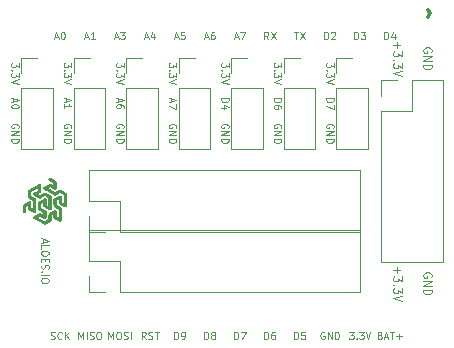
<source format=gto>
G04 #@! TF.FileFunction,Legend,Top*
%FSLAX46Y46*%
G04 Gerber Fmt 4.6, Leading zero omitted, Abs format (unit mm)*
G04 Created by KiCad (PCBNEW 4.0.7-e2-6376~60~ubuntu17.10.1) date Thu Nov  2 21:58:26 2017*
%MOMM*%
%LPD*%
G01*
G04 APERTURE LIST*
%ADD10C,0.100000*%
%ADD11C,0.300000*%
%ADD12C,0.120000*%
%ADD13C,0.010000*%
G04 APERTURE END LIST*
D10*
X177115000Y-93850000D02*
X177115000Y-94383333D01*
X176848333Y-94116666D02*
X177381667Y-94116666D01*
X177548333Y-94650000D02*
X177548333Y-95083333D01*
X177281667Y-94850000D01*
X177281667Y-94950000D01*
X177248333Y-95016667D01*
X177215000Y-95050000D01*
X177148333Y-95083333D01*
X176981667Y-95083333D01*
X176915000Y-95050000D01*
X176881667Y-95016667D01*
X176848333Y-94950000D01*
X176848333Y-94750000D01*
X176881667Y-94683333D01*
X176915000Y-94650000D01*
X176915000Y-95383334D02*
X176881667Y-95416667D01*
X176848333Y-95383334D01*
X176881667Y-95350000D01*
X176915000Y-95383334D01*
X176848333Y-95383334D01*
X177548333Y-95650000D02*
X177548333Y-96083333D01*
X177281667Y-95850000D01*
X177281667Y-95950000D01*
X177248333Y-96016667D01*
X177215000Y-96050000D01*
X177148333Y-96083333D01*
X176981667Y-96083333D01*
X176915000Y-96050000D01*
X176881667Y-96016667D01*
X176848333Y-95950000D01*
X176848333Y-95750000D01*
X176881667Y-95683333D01*
X176915000Y-95650000D01*
X177548333Y-96283334D02*
X176848333Y-96516667D01*
X177548333Y-96750000D01*
X171778571Y-95634285D02*
X171778571Y-96005714D01*
X171550000Y-95805714D01*
X171550000Y-95891428D01*
X171521429Y-95948571D01*
X171492857Y-95977142D01*
X171435714Y-96005714D01*
X171292857Y-96005714D01*
X171235714Y-95977142D01*
X171207143Y-95948571D01*
X171178571Y-95891428D01*
X171178571Y-95720000D01*
X171207143Y-95662857D01*
X171235714Y-95634285D01*
X171235714Y-96262857D02*
X171207143Y-96291429D01*
X171178571Y-96262857D01*
X171207143Y-96234286D01*
X171235714Y-96262857D01*
X171178571Y-96262857D01*
X171778571Y-96491428D02*
X171778571Y-96862857D01*
X171550000Y-96662857D01*
X171550000Y-96748571D01*
X171521429Y-96805714D01*
X171492857Y-96834285D01*
X171435714Y-96862857D01*
X171292857Y-96862857D01*
X171235714Y-96834285D01*
X171207143Y-96805714D01*
X171178571Y-96748571D01*
X171178571Y-96577143D01*
X171207143Y-96520000D01*
X171235714Y-96491428D01*
X171778571Y-97034286D02*
X171178571Y-97234286D01*
X171778571Y-97434286D01*
X167333571Y-95634285D02*
X167333571Y-96005714D01*
X167105000Y-95805714D01*
X167105000Y-95891428D01*
X167076429Y-95948571D01*
X167047857Y-95977142D01*
X166990714Y-96005714D01*
X166847857Y-96005714D01*
X166790714Y-95977142D01*
X166762143Y-95948571D01*
X166733571Y-95891428D01*
X166733571Y-95720000D01*
X166762143Y-95662857D01*
X166790714Y-95634285D01*
X166790714Y-96262857D02*
X166762143Y-96291429D01*
X166733571Y-96262857D01*
X166762143Y-96234286D01*
X166790714Y-96262857D01*
X166733571Y-96262857D01*
X167333571Y-96491428D02*
X167333571Y-96862857D01*
X167105000Y-96662857D01*
X167105000Y-96748571D01*
X167076429Y-96805714D01*
X167047857Y-96834285D01*
X166990714Y-96862857D01*
X166847857Y-96862857D01*
X166790714Y-96834285D01*
X166762143Y-96805714D01*
X166733571Y-96748571D01*
X166733571Y-96577143D01*
X166762143Y-96520000D01*
X166790714Y-96491428D01*
X167333571Y-97034286D02*
X166733571Y-97234286D01*
X167333571Y-97434286D01*
X162888571Y-95634285D02*
X162888571Y-96005714D01*
X162660000Y-95805714D01*
X162660000Y-95891428D01*
X162631429Y-95948571D01*
X162602857Y-95977142D01*
X162545714Y-96005714D01*
X162402857Y-96005714D01*
X162345714Y-95977142D01*
X162317143Y-95948571D01*
X162288571Y-95891428D01*
X162288571Y-95720000D01*
X162317143Y-95662857D01*
X162345714Y-95634285D01*
X162345714Y-96262857D02*
X162317143Y-96291429D01*
X162288571Y-96262857D01*
X162317143Y-96234286D01*
X162345714Y-96262857D01*
X162288571Y-96262857D01*
X162888571Y-96491428D02*
X162888571Y-96862857D01*
X162660000Y-96662857D01*
X162660000Y-96748571D01*
X162631429Y-96805714D01*
X162602857Y-96834285D01*
X162545714Y-96862857D01*
X162402857Y-96862857D01*
X162345714Y-96834285D01*
X162317143Y-96805714D01*
X162288571Y-96748571D01*
X162288571Y-96577143D01*
X162317143Y-96520000D01*
X162345714Y-96491428D01*
X162888571Y-97034286D02*
X162288571Y-97234286D01*
X162888571Y-97434286D01*
X158443571Y-95634285D02*
X158443571Y-96005714D01*
X158215000Y-95805714D01*
X158215000Y-95891428D01*
X158186429Y-95948571D01*
X158157857Y-95977142D01*
X158100714Y-96005714D01*
X157957857Y-96005714D01*
X157900714Y-95977142D01*
X157872143Y-95948571D01*
X157843571Y-95891428D01*
X157843571Y-95720000D01*
X157872143Y-95662857D01*
X157900714Y-95634285D01*
X157900714Y-96262857D02*
X157872143Y-96291429D01*
X157843571Y-96262857D01*
X157872143Y-96234286D01*
X157900714Y-96262857D01*
X157843571Y-96262857D01*
X158443571Y-96491428D02*
X158443571Y-96862857D01*
X158215000Y-96662857D01*
X158215000Y-96748571D01*
X158186429Y-96805714D01*
X158157857Y-96834285D01*
X158100714Y-96862857D01*
X157957857Y-96862857D01*
X157900714Y-96834285D01*
X157872143Y-96805714D01*
X157843571Y-96748571D01*
X157843571Y-96577143D01*
X157872143Y-96520000D01*
X157900714Y-96491428D01*
X158443571Y-97034286D02*
X157843571Y-97234286D01*
X158443571Y-97434286D01*
X153998571Y-95634285D02*
X153998571Y-96005714D01*
X153770000Y-95805714D01*
X153770000Y-95891428D01*
X153741429Y-95948571D01*
X153712857Y-95977142D01*
X153655714Y-96005714D01*
X153512857Y-96005714D01*
X153455714Y-95977142D01*
X153427143Y-95948571D01*
X153398571Y-95891428D01*
X153398571Y-95720000D01*
X153427143Y-95662857D01*
X153455714Y-95634285D01*
X153455714Y-96262857D02*
X153427143Y-96291429D01*
X153398571Y-96262857D01*
X153427143Y-96234286D01*
X153455714Y-96262857D01*
X153398571Y-96262857D01*
X153998571Y-96491428D02*
X153998571Y-96862857D01*
X153770000Y-96662857D01*
X153770000Y-96748571D01*
X153741429Y-96805714D01*
X153712857Y-96834285D01*
X153655714Y-96862857D01*
X153512857Y-96862857D01*
X153455714Y-96834285D01*
X153427143Y-96805714D01*
X153398571Y-96748571D01*
X153398571Y-96577143D01*
X153427143Y-96520000D01*
X153455714Y-96491428D01*
X153998571Y-97034286D02*
X153398571Y-97234286D01*
X153998571Y-97434286D01*
X149553571Y-95634285D02*
X149553571Y-96005714D01*
X149325000Y-95805714D01*
X149325000Y-95891428D01*
X149296429Y-95948571D01*
X149267857Y-95977142D01*
X149210714Y-96005714D01*
X149067857Y-96005714D01*
X149010714Y-95977142D01*
X148982143Y-95948571D01*
X148953571Y-95891428D01*
X148953571Y-95720000D01*
X148982143Y-95662857D01*
X149010714Y-95634285D01*
X149010714Y-96262857D02*
X148982143Y-96291429D01*
X148953571Y-96262857D01*
X148982143Y-96234286D01*
X149010714Y-96262857D01*
X148953571Y-96262857D01*
X149553571Y-96491428D02*
X149553571Y-96862857D01*
X149325000Y-96662857D01*
X149325000Y-96748571D01*
X149296429Y-96805714D01*
X149267857Y-96834285D01*
X149210714Y-96862857D01*
X149067857Y-96862857D01*
X149010714Y-96834285D01*
X148982143Y-96805714D01*
X148953571Y-96748571D01*
X148953571Y-96577143D01*
X148982143Y-96520000D01*
X149010714Y-96491428D01*
X149553571Y-97034286D02*
X148953571Y-97234286D01*
X149553571Y-97434286D01*
X145108571Y-95634285D02*
X145108571Y-96005714D01*
X144880000Y-95805714D01*
X144880000Y-95891428D01*
X144851429Y-95948571D01*
X144822857Y-95977142D01*
X144765714Y-96005714D01*
X144622857Y-96005714D01*
X144565714Y-95977142D01*
X144537143Y-95948571D01*
X144508571Y-95891428D01*
X144508571Y-95720000D01*
X144537143Y-95662857D01*
X144565714Y-95634285D01*
X144565714Y-96262857D02*
X144537143Y-96291429D01*
X144508571Y-96262857D01*
X144537143Y-96234286D01*
X144565714Y-96262857D01*
X144508571Y-96262857D01*
X145108571Y-96491428D02*
X145108571Y-96862857D01*
X144880000Y-96662857D01*
X144880000Y-96748571D01*
X144851429Y-96805714D01*
X144822857Y-96834285D01*
X144765714Y-96862857D01*
X144622857Y-96862857D01*
X144565714Y-96834285D01*
X144537143Y-96805714D01*
X144508571Y-96748571D01*
X144508571Y-96577143D01*
X144537143Y-96520000D01*
X144565714Y-96491428D01*
X145108571Y-97034286D02*
X144508571Y-97234286D01*
X145108571Y-97434286D01*
X171750000Y-101142858D02*
X171778571Y-101085715D01*
X171778571Y-101000001D01*
X171750000Y-100914286D01*
X171692857Y-100857144D01*
X171635714Y-100828572D01*
X171521429Y-100800001D01*
X171435714Y-100800001D01*
X171321429Y-100828572D01*
X171264286Y-100857144D01*
X171207143Y-100914286D01*
X171178571Y-101000001D01*
X171178571Y-101057144D01*
X171207143Y-101142858D01*
X171235714Y-101171429D01*
X171435714Y-101171429D01*
X171435714Y-101057144D01*
X171178571Y-101428572D02*
X171778571Y-101428572D01*
X171178571Y-101771429D01*
X171778571Y-101771429D01*
X171178571Y-102057143D02*
X171778571Y-102057143D01*
X171778571Y-102200000D01*
X171750000Y-102285715D01*
X171692857Y-102342857D01*
X171635714Y-102371429D01*
X171521429Y-102400000D01*
X171435714Y-102400000D01*
X171321429Y-102371429D01*
X171264286Y-102342857D01*
X171207143Y-102285715D01*
X171178571Y-102200000D01*
X171178571Y-102057143D01*
X167305000Y-101142858D02*
X167333571Y-101085715D01*
X167333571Y-101000001D01*
X167305000Y-100914286D01*
X167247857Y-100857144D01*
X167190714Y-100828572D01*
X167076429Y-100800001D01*
X166990714Y-100800001D01*
X166876429Y-100828572D01*
X166819286Y-100857144D01*
X166762143Y-100914286D01*
X166733571Y-101000001D01*
X166733571Y-101057144D01*
X166762143Y-101142858D01*
X166790714Y-101171429D01*
X166990714Y-101171429D01*
X166990714Y-101057144D01*
X166733571Y-101428572D02*
X167333571Y-101428572D01*
X166733571Y-101771429D01*
X167333571Y-101771429D01*
X166733571Y-102057143D02*
X167333571Y-102057143D01*
X167333571Y-102200000D01*
X167305000Y-102285715D01*
X167247857Y-102342857D01*
X167190714Y-102371429D01*
X167076429Y-102400000D01*
X166990714Y-102400000D01*
X166876429Y-102371429D01*
X166819286Y-102342857D01*
X166762143Y-102285715D01*
X166733571Y-102200000D01*
X166733571Y-102057143D01*
X162860000Y-101142858D02*
X162888571Y-101085715D01*
X162888571Y-101000001D01*
X162860000Y-100914286D01*
X162802857Y-100857144D01*
X162745714Y-100828572D01*
X162631429Y-100800001D01*
X162545714Y-100800001D01*
X162431429Y-100828572D01*
X162374286Y-100857144D01*
X162317143Y-100914286D01*
X162288571Y-101000001D01*
X162288571Y-101057144D01*
X162317143Y-101142858D01*
X162345714Y-101171429D01*
X162545714Y-101171429D01*
X162545714Y-101057144D01*
X162288571Y-101428572D02*
X162888571Y-101428572D01*
X162288571Y-101771429D01*
X162888571Y-101771429D01*
X162288571Y-102057143D02*
X162888571Y-102057143D01*
X162888571Y-102200000D01*
X162860000Y-102285715D01*
X162802857Y-102342857D01*
X162745714Y-102371429D01*
X162631429Y-102400000D01*
X162545714Y-102400000D01*
X162431429Y-102371429D01*
X162374286Y-102342857D01*
X162317143Y-102285715D01*
X162288571Y-102200000D01*
X162288571Y-102057143D01*
X158415000Y-101142858D02*
X158443571Y-101085715D01*
X158443571Y-101000001D01*
X158415000Y-100914286D01*
X158357857Y-100857144D01*
X158300714Y-100828572D01*
X158186429Y-100800001D01*
X158100714Y-100800001D01*
X157986429Y-100828572D01*
X157929286Y-100857144D01*
X157872143Y-100914286D01*
X157843571Y-101000001D01*
X157843571Y-101057144D01*
X157872143Y-101142858D01*
X157900714Y-101171429D01*
X158100714Y-101171429D01*
X158100714Y-101057144D01*
X157843571Y-101428572D02*
X158443571Y-101428572D01*
X157843571Y-101771429D01*
X158443571Y-101771429D01*
X157843571Y-102057143D02*
X158443571Y-102057143D01*
X158443571Y-102200000D01*
X158415000Y-102285715D01*
X158357857Y-102342857D01*
X158300714Y-102371429D01*
X158186429Y-102400000D01*
X158100714Y-102400000D01*
X157986429Y-102371429D01*
X157929286Y-102342857D01*
X157872143Y-102285715D01*
X157843571Y-102200000D01*
X157843571Y-102057143D01*
X153970000Y-101142858D02*
X153998571Y-101085715D01*
X153998571Y-101000001D01*
X153970000Y-100914286D01*
X153912857Y-100857144D01*
X153855714Y-100828572D01*
X153741429Y-100800001D01*
X153655714Y-100800001D01*
X153541429Y-100828572D01*
X153484286Y-100857144D01*
X153427143Y-100914286D01*
X153398571Y-101000001D01*
X153398571Y-101057144D01*
X153427143Y-101142858D01*
X153455714Y-101171429D01*
X153655714Y-101171429D01*
X153655714Y-101057144D01*
X153398571Y-101428572D02*
X153998571Y-101428572D01*
X153398571Y-101771429D01*
X153998571Y-101771429D01*
X153398571Y-102057143D02*
X153998571Y-102057143D01*
X153998571Y-102200000D01*
X153970000Y-102285715D01*
X153912857Y-102342857D01*
X153855714Y-102371429D01*
X153741429Y-102400000D01*
X153655714Y-102400000D01*
X153541429Y-102371429D01*
X153484286Y-102342857D01*
X153427143Y-102285715D01*
X153398571Y-102200000D01*
X153398571Y-102057143D01*
X149525000Y-101142858D02*
X149553571Y-101085715D01*
X149553571Y-101000001D01*
X149525000Y-100914286D01*
X149467857Y-100857144D01*
X149410714Y-100828572D01*
X149296429Y-100800001D01*
X149210714Y-100800001D01*
X149096429Y-100828572D01*
X149039286Y-100857144D01*
X148982143Y-100914286D01*
X148953571Y-101000001D01*
X148953571Y-101057144D01*
X148982143Y-101142858D01*
X149010714Y-101171429D01*
X149210714Y-101171429D01*
X149210714Y-101057144D01*
X148953571Y-101428572D02*
X149553571Y-101428572D01*
X148953571Y-101771429D01*
X149553571Y-101771429D01*
X148953571Y-102057143D02*
X149553571Y-102057143D01*
X149553571Y-102200000D01*
X149525000Y-102285715D01*
X149467857Y-102342857D01*
X149410714Y-102371429D01*
X149296429Y-102400000D01*
X149210714Y-102400000D01*
X149096429Y-102371429D01*
X149039286Y-102342857D01*
X148982143Y-102285715D01*
X148953571Y-102200000D01*
X148953571Y-102057143D01*
X145080000Y-101142858D02*
X145108571Y-101085715D01*
X145108571Y-101000001D01*
X145080000Y-100914286D01*
X145022857Y-100857144D01*
X144965714Y-100828572D01*
X144851429Y-100800001D01*
X144765714Y-100800001D01*
X144651429Y-100828572D01*
X144594286Y-100857144D01*
X144537143Y-100914286D01*
X144508571Y-101000001D01*
X144508571Y-101057144D01*
X144537143Y-101142858D01*
X144565714Y-101171429D01*
X144765714Y-101171429D01*
X144765714Y-101057144D01*
X144508571Y-101428572D02*
X145108571Y-101428572D01*
X144508571Y-101771429D01*
X145108571Y-101771429D01*
X144508571Y-102057143D02*
X145108571Y-102057143D01*
X145108571Y-102200000D01*
X145080000Y-102285715D01*
X145022857Y-102342857D01*
X144965714Y-102371429D01*
X144851429Y-102400000D01*
X144765714Y-102400000D01*
X144651429Y-102371429D01*
X144594286Y-102342857D01*
X144537143Y-102285715D01*
X144508571Y-102200000D01*
X144508571Y-102057143D01*
X166733571Y-98617143D02*
X167333571Y-98617143D01*
X167333571Y-98760000D01*
X167305000Y-98845715D01*
X167247857Y-98902857D01*
X167190714Y-98931429D01*
X167076429Y-98960000D01*
X166990714Y-98960000D01*
X166876429Y-98931429D01*
X166819286Y-98902857D01*
X166762143Y-98845715D01*
X166733571Y-98760000D01*
X166733571Y-98617143D01*
X167333571Y-99474286D02*
X167333571Y-99360000D01*
X167305000Y-99302857D01*
X167276429Y-99274286D01*
X167190714Y-99217143D01*
X167076429Y-99188572D01*
X166847857Y-99188572D01*
X166790714Y-99217143D01*
X166762143Y-99245715D01*
X166733571Y-99302857D01*
X166733571Y-99417143D01*
X166762143Y-99474286D01*
X166790714Y-99502857D01*
X166847857Y-99531429D01*
X166990714Y-99531429D01*
X167047857Y-99502857D01*
X167076429Y-99474286D01*
X167105000Y-99417143D01*
X167105000Y-99302857D01*
X167076429Y-99245715D01*
X167047857Y-99217143D01*
X166990714Y-99188572D01*
X171178571Y-98617143D02*
X171778571Y-98617143D01*
X171778571Y-98760000D01*
X171750000Y-98845715D01*
X171692857Y-98902857D01*
X171635714Y-98931429D01*
X171521429Y-98960000D01*
X171435714Y-98960000D01*
X171321429Y-98931429D01*
X171264286Y-98902857D01*
X171207143Y-98845715D01*
X171178571Y-98760000D01*
X171178571Y-98617143D01*
X171778571Y-99160000D02*
X171778571Y-99560000D01*
X171178571Y-99302857D01*
X162288571Y-98617143D02*
X162888571Y-98617143D01*
X162888571Y-98760000D01*
X162860000Y-98845715D01*
X162802857Y-98902857D01*
X162745714Y-98931429D01*
X162631429Y-98960000D01*
X162545714Y-98960000D01*
X162431429Y-98931429D01*
X162374286Y-98902857D01*
X162317143Y-98845715D01*
X162288571Y-98760000D01*
X162288571Y-98617143D01*
X162688571Y-99474286D02*
X162288571Y-99474286D01*
X162917143Y-99331429D02*
X162488571Y-99188572D01*
X162488571Y-99560000D01*
X158015000Y-98631429D02*
X158015000Y-98917143D01*
X157843571Y-98574286D02*
X158443571Y-98774286D01*
X157843571Y-98974286D01*
X158443571Y-99117143D02*
X158443571Y-99517143D01*
X157843571Y-99260000D01*
X153570000Y-98631429D02*
X153570000Y-98917143D01*
X153398571Y-98574286D02*
X153998571Y-98774286D01*
X153398571Y-98974286D01*
X153998571Y-99431429D02*
X153998571Y-99317143D01*
X153970000Y-99260000D01*
X153941429Y-99231429D01*
X153855714Y-99174286D01*
X153741429Y-99145715D01*
X153512857Y-99145715D01*
X153455714Y-99174286D01*
X153427143Y-99202858D01*
X153398571Y-99260000D01*
X153398571Y-99374286D01*
X153427143Y-99431429D01*
X153455714Y-99460000D01*
X153512857Y-99488572D01*
X153655714Y-99488572D01*
X153712857Y-99460000D01*
X153741429Y-99431429D01*
X153770000Y-99374286D01*
X153770000Y-99260000D01*
X153741429Y-99202858D01*
X153712857Y-99174286D01*
X153655714Y-99145715D01*
X149125000Y-98631429D02*
X149125000Y-98917143D01*
X148953571Y-98574286D02*
X149553571Y-98774286D01*
X148953571Y-98974286D01*
X148953571Y-99488572D02*
X148953571Y-99145715D01*
X148953571Y-99317143D02*
X149553571Y-99317143D01*
X149467857Y-99260000D01*
X149410714Y-99202858D01*
X149382143Y-99145715D01*
X144680000Y-98631429D02*
X144680000Y-98917143D01*
X144508571Y-98574286D02*
X145108571Y-98774286D01*
X144508571Y-98974286D01*
X145108571Y-99288572D02*
X145108571Y-99345715D01*
X145080000Y-99402858D01*
X145051429Y-99431429D01*
X144994286Y-99460000D01*
X144880000Y-99488572D01*
X144737143Y-99488572D01*
X144622857Y-99460000D01*
X144565714Y-99431429D01*
X144537143Y-99402858D01*
X144508571Y-99345715D01*
X144508571Y-99288572D01*
X144537143Y-99231429D01*
X144565714Y-99202858D01*
X144622857Y-99174286D01*
X144737143Y-99145715D01*
X144880000Y-99145715D01*
X144994286Y-99174286D01*
X145051429Y-99202858D01*
X145080000Y-99231429D01*
X145108571Y-99288572D01*
X180055000Y-94716667D02*
X180088333Y-94650001D01*
X180088333Y-94550001D01*
X180055000Y-94450001D01*
X179988333Y-94383334D01*
X179921667Y-94350001D01*
X179788333Y-94316667D01*
X179688333Y-94316667D01*
X179555000Y-94350001D01*
X179488333Y-94383334D01*
X179421667Y-94450001D01*
X179388333Y-94550001D01*
X179388333Y-94616667D01*
X179421667Y-94716667D01*
X179455000Y-94750001D01*
X179688333Y-94750001D01*
X179688333Y-94616667D01*
X179388333Y-95050001D02*
X180088333Y-95050001D01*
X179388333Y-95450001D01*
X180088333Y-95450001D01*
X179388333Y-95783334D02*
X180088333Y-95783334D01*
X180088333Y-95950000D01*
X180055000Y-96050000D01*
X179988333Y-96116667D01*
X179921667Y-96150000D01*
X179788333Y-96183334D01*
X179688333Y-96183334D01*
X179555000Y-96150000D01*
X179488333Y-96116667D01*
X179421667Y-96050000D01*
X179388333Y-95950000D01*
X179388333Y-95783334D01*
X177115000Y-112900000D02*
X177115000Y-113433333D01*
X176848333Y-113166666D02*
X177381667Y-113166666D01*
X177548333Y-113700000D02*
X177548333Y-114133333D01*
X177281667Y-113900000D01*
X177281667Y-114000000D01*
X177248333Y-114066667D01*
X177215000Y-114100000D01*
X177148333Y-114133333D01*
X176981667Y-114133333D01*
X176915000Y-114100000D01*
X176881667Y-114066667D01*
X176848333Y-114000000D01*
X176848333Y-113800000D01*
X176881667Y-113733333D01*
X176915000Y-113700000D01*
X176915000Y-114433334D02*
X176881667Y-114466667D01*
X176848333Y-114433334D01*
X176881667Y-114400000D01*
X176915000Y-114433334D01*
X176848333Y-114433334D01*
X177548333Y-114700000D02*
X177548333Y-115133333D01*
X177281667Y-114900000D01*
X177281667Y-115000000D01*
X177248333Y-115066667D01*
X177215000Y-115100000D01*
X177148333Y-115133333D01*
X176981667Y-115133333D01*
X176915000Y-115100000D01*
X176881667Y-115066667D01*
X176848333Y-115000000D01*
X176848333Y-114800000D01*
X176881667Y-114733333D01*
X176915000Y-114700000D01*
X177548333Y-115333334D02*
X176848333Y-115566667D01*
X177548333Y-115800000D01*
D11*
X179748571Y-91154286D02*
X179962857Y-91440000D01*
X179748571Y-91725715D01*
D10*
X158307143Y-119016429D02*
X158307143Y-118416429D01*
X158450000Y-118416429D01*
X158535715Y-118445000D01*
X158592857Y-118502143D01*
X158621429Y-118559286D01*
X158650000Y-118673571D01*
X158650000Y-118759286D01*
X158621429Y-118873571D01*
X158592857Y-118930714D01*
X158535715Y-118987857D01*
X158450000Y-119016429D01*
X158307143Y-119016429D01*
X158935715Y-119016429D02*
X159050000Y-119016429D01*
X159107143Y-118987857D01*
X159135715Y-118959286D01*
X159192857Y-118873571D01*
X159221429Y-118759286D01*
X159221429Y-118530714D01*
X159192857Y-118473571D01*
X159164286Y-118445000D01*
X159107143Y-118416429D01*
X158992857Y-118416429D01*
X158935715Y-118445000D01*
X158907143Y-118473571D01*
X158878572Y-118530714D01*
X158878572Y-118673571D01*
X158907143Y-118730714D01*
X158935715Y-118759286D01*
X158992857Y-118787857D01*
X159107143Y-118787857D01*
X159164286Y-118759286D01*
X159192857Y-118730714D01*
X159221429Y-118673571D01*
X147818572Y-118987857D02*
X147904286Y-119016429D01*
X148047143Y-119016429D01*
X148104286Y-118987857D01*
X148132857Y-118959286D01*
X148161429Y-118902143D01*
X148161429Y-118845000D01*
X148132857Y-118787857D01*
X148104286Y-118759286D01*
X148047143Y-118730714D01*
X147932857Y-118702143D01*
X147875715Y-118673571D01*
X147847143Y-118645000D01*
X147818572Y-118587857D01*
X147818572Y-118530714D01*
X147847143Y-118473571D01*
X147875715Y-118445000D01*
X147932857Y-118416429D01*
X148075715Y-118416429D01*
X148161429Y-118445000D01*
X148761429Y-118959286D02*
X148732858Y-118987857D01*
X148647144Y-119016429D01*
X148590001Y-119016429D01*
X148504286Y-118987857D01*
X148447144Y-118930714D01*
X148418572Y-118873571D01*
X148390001Y-118759286D01*
X148390001Y-118673571D01*
X148418572Y-118559286D01*
X148447144Y-118502143D01*
X148504286Y-118445000D01*
X148590001Y-118416429D01*
X148647144Y-118416429D01*
X148732858Y-118445000D01*
X148761429Y-118473571D01*
X149018572Y-119016429D02*
X149018572Y-118416429D01*
X149361429Y-119016429D02*
X149104286Y-118673571D01*
X149361429Y-118416429D02*
X149018572Y-118759286D01*
X150187143Y-119016429D02*
X150187143Y-118416429D01*
X150387143Y-118845000D01*
X150587143Y-118416429D01*
X150587143Y-119016429D01*
X150872857Y-119016429D02*
X150872857Y-118416429D01*
X151130000Y-118987857D02*
X151215714Y-119016429D01*
X151358571Y-119016429D01*
X151415714Y-118987857D01*
X151444285Y-118959286D01*
X151472857Y-118902143D01*
X151472857Y-118845000D01*
X151444285Y-118787857D01*
X151415714Y-118759286D01*
X151358571Y-118730714D01*
X151244285Y-118702143D01*
X151187143Y-118673571D01*
X151158571Y-118645000D01*
X151130000Y-118587857D01*
X151130000Y-118530714D01*
X151158571Y-118473571D01*
X151187143Y-118445000D01*
X151244285Y-118416429D01*
X151387143Y-118416429D01*
X151472857Y-118445000D01*
X151844286Y-118416429D02*
X151958572Y-118416429D01*
X152015714Y-118445000D01*
X152072857Y-118502143D01*
X152101429Y-118616429D01*
X152101429Y-118816429D01*
X152072857Y-118930714D01*
X152015714Y-118987857D01*
X151958572Y-119016429D01*
X151844286Y-119016429D01*
X151787143Y-118987857D01*
X151730000Y-118930714D01*
X151701429Y-118816429D01*
X151701429Y-118616429D01*
X151730000Y-118502143D01*
X151787143Y-118445000D01*
X151844286Y-118416429D01*
X152727143Y-119016429D02*
X152727143Y-118416429D01*
X152927143Y-118845000D01*
X153127143Y-118416429D01*
X153127143Y-119016429D01*
X153527143Y-118416429D02*
X153641429Y-118416429D01*
X153698571Y-118445000D01*
X153755714Y-118502143D01*
X153784286Y-118616429D01*
X153784286Y-118816429D01*
X153755714Y-118930714D01*
X153698571Y-118987857D01*
X153641429Y-119016429D01*
X153527143Y-119016429D01*
X153470000Y-118987857D01*
X153412857Y-118930714D01*
X153384286Y-118816429D01*
X153384286Y-118616429D01*
X153412857Y-118502143D01*
X153470000Y-118445000D01*
X153527143Y-118416429D01*
X154012857Y-118987857D02*
X154098571Y-119016429D01*
X154241428Y-119016429D01*
X154298571Y-118987857D01*
X154327142Y-118959286D01*
X154355714Y-118902143D01*
X154355714Y-118845000D01*
X154327142Y-118787857D01*
X154298571Y-118759286D01*
X154241428Y-118730714D01*
X154127142Y-118702143D01*
X154070000Y-118673571D01*
X154041428Y-118645000D01*
X154012857Y-118587857D01*
X154012857Y-118530714D01*
X154041428Y-118473571D01*
X154070000Y-118445000D01*
X154127142Y-118416429D01*
X154270000Y-118416429D01*
X154355714Y-118445000D01*
X154612857Y-119016429D02*
X154612857Y-118416429D01*
X155881428Y-119016429D02*
X155681428Y-118730714D01*
X155538571Y-119016429D02*
X155538571Y-118416429D01*
X155767143Y-118416429D01*
X155824285Y-118445000D01*
X155852857Y-118473571D01*
X155881428Y-118530714D01*
X155881428Y-118616429D01*
X155852857Y-118673571D01*
X155824285Y-118702143D01*
X155767143Y-118730714D01*
X155538571Y-118730714D01*
X156110000Y-118987857D02*
X156195714Y-119016429D01*
X156338571Y-119016429D01*
X156395714Y-118987857D01*
X156424285Y-118959286D01*
X156452857Y-118902143D01*
X156452857Y-118845000D01*
X156424285Y-118787857D01*
X156395714Y-118759286D01*
X156338571Y-118730714D01*
X156224285Y-118702143D01*
X156167143Y-118673571D01*
X156138571Y-118645000D01*
X156110000Y-118587857D01*
X156110000Y-118530714D01*
X156138571Y-118473571D01*
X156167143Y-118445000D01*
X156224285Y-118416429D01*
X156367143Y-118416429D01*
X156452857Y-118445000D01*
X156624286Y-118416429D02*
X156967143Y-118416429D01*
X156795714Y-119016429D02*
X156795714Y-118416429D01*
X160847143Y-119016429D02*
X160847143Y-118416429D01*
X160990000Y-118416429D01*
X161075715Y-118445000D01*
X161132857Y-118502143D01*
X161161429Y-118559286D01*
X161190000Y-118673571D01*
X161190000Y-118759286D01*
X161161429Y-118873571D01*
X161132857Y-118930714D01*
X161075715Y-118987857D01*
X160990000Y-119016429D01*
X160847143Y-119016429D01*
X161532857Y-118673571D02*
X161475715Y-118645000D01*
X161447143Y-118616429D01*
X161418572Y-118559286D01*
X161418572Y-118530714D01*
X161447143Y-118473571D01*
X161475715Y-118445000D01*
X161532857Y-118416429D01*
X161647143Y-118416429D01*
X161704286Y-118445000D01*
X161732857Y-118473571D01*
X161761429Y-118530714D01*
X161761429Y-118559286D01*
X161732857Y-118616429D01*
X161704286Y-118645000D01*
X161647143Y-118673571D01*
X161532857Y-118673571D01*
X161475715Y-118702143D01*
X161447143Y-118730714D01*
X161418572Y-118787857D01*
X161418572Y-118902143D01*
X161447143Y-118959286D01*
X161475715Y-118987857D01*
X161532857Y-119016429D01*
X161647143Y-119016429D01*
X161704286Y-118987857D01*
X161732857Y-118959286D01*
X161761429Y-118902143D01*
X161761429Y-118787857D01*
X161732857Y-118730714D01*
X161704286Y-118702143D01*
X161647143Y-118673571D01*
X163387143Y-119016429D02*
X163387143Y-118416429D01*
X163530000Y-118416429D01*
X163615715Y-118445000D01*
X163672857Y-118502143D01*
X163701429Y-118559286D01*
X163730000Y-118673571D01*
X163730000Y-118759286D01*
X163701429Y-118873571D01*
X163672857Y-118930714D01*
X163615715Y-118987857D01*
X163530000Y-119016429D01*
X163387143Y-119016429D01*
X163930000Y-118416429D02*
X164330000Y-118416429D01*
X164072857Y-119016429D01*
X165927143Y-119016429D02*
X165927143Y-118416429D01*
X166070000Y-118416429D01*
X166155715Y-118445000D01*
X166212857Y-118502143D01*
X166241429Y-118559286D01*
X166270000Y-118673571D01*
X166270000Y-118759286D01*
X166241429Y-118873571D01*
X166212857Y-118930714D01*
X166155715Y-118987857D01*
X166070000Y-119016429D01*
X165927143Y-119016429D01*
X166784286Y-118416429D02*
X166670000Y-118416429D01*
X166612857Y-118445000D01*
X166584286Y-118473571D01*
X166527143Y-118559286D01*
X166498572Y-118673571D01*
X166498572Y-118902143D01*
X166527143Y-118959286D01*
X166555715Y-118987857D01*
X166612857Y-119016429D01*
X166727143Y-119016429D01*
X166784286Y-118987857D01*
X166812857Y-118959286D01*
X166841429Y-118902143D01*
X166841429Y-118759286D01*
X166812857Y-118702143D01*
X166784286Y-118673571D01*
X166727143Y-118645000D01*
X166612857Y-118645000D01*
X166555715Y-118673571D01*
X166527143Y-118702143D01*
X166498572Y-118759286D01*
X168467143Y-119016429D02*
X168467143Y-118416429D01*
X168610000Y-118416429D01*
X168695715Y-118445000D01*
X168752857Y-118502143D01*
X168781429Y-118559286D01*
X168810000Y-118673571D01*
X168810000Y-118759286D01*
X168781429Y-118873571D01*
X168752857Y-118930714D01*
X168695715Y-118987857D01*
X168610000Y-119016429D01*
X168467143Y-119016429D01*
X169352857Y-118416429D02*
X169067143Y-118416429D01*
X169038572Y-118702143D01*
X169067143Y-118673571D01*
X169124286Y-118645000D01*
X169267143Y-118645000D01*
X169324286Y-118673571D01*
X169352857Y-118702143D01*
X169381429Y-118759286D01*
X169381429Y-118902143D01*
X169352857Y-118959286D01*
X169324286Y-118987857D01*
X169267143Y-119016429D01*
X169124286Y-119016429D01*
X169067143Y-118987857D01*
X169038572Y-118959286D01*
X170992858Y-118445000D02*
X170935715Y-118416429D01*
X170850001Y-118416429D01*
X170764286Y-118445000D01*
X170707144Y-118502143D01*
X170678572Y-118559286D01*
X170650001Y-118673571D01*
X170650001Y-118759286D01*
X170678572Y-118873571D01*
X170707144Y-118930714D01*
X170764286Y-118987857D01*
X170850001Y-119016429D01*
X170907144Y-119016429D01*
X170992858Y-118987857D01*
X171021429Y-118959286D01*
X171021429Y-118759286D01*
X170907144Y-118759286D01*
X171278572Y-119016429D02*
X171278572Y-118416429D01*
X171621429Y-119016429D01*
X171621429Y-118416429D01*
X171907143Y-119016429D02*
X171907143Y-118416429D01*
X172050000Y-118416429D01*
X172135715Y-118445000D01*
X172192857Y-118502143D01*
X172221429Y-118559286D01*
X172250000Y-118673571D01*
X172250000Y-118759286D01*
X172221429Y-118873571D01*
X172192857Y-118930714D01*
X172135715Y-118987857D01*
X172050000Y-119016429D01*
X171907143Y-119016429D01*
X173104285Y-118416429D02*
X173475714Y-118416429D01*
X173275714Y-118645000D01*
X173361428Y-118645000D01*
X173418571Y-118673571D01*
X173447142Y-118702143D01*
X173475714Y-118759286D01*
X173475714Y-118902143D01*
X173447142Y-118959286D01*
X173418571Y-118987857D01*
X173361428Y-119016429D01*
X173190000Y-119016429D01*
X173132857Y-118987857D01*
X173104285Y-118959286D01*
X173732857Y-118959286D02*
X173761429Y-118987857D01*
X173732857Y-119016429D01*
X173704286Y-118987857D01*
X173732857Y-118959286D01*
X173732857Y-119016429D01*
X173961428Y-118416429D02*
X174332857Y-118416429D01*
X174132857Y-118645000D01*
X174218571Y-118645000D01*
X174275714Y-118673571D01*
X174304285Y-118702143D01*
X174332857Y-118759286D01*
X174332857Y-118902143D01*
X174304285Y-118959286D01*
X174275714Y-118987857D01*
X174218571Y-119016429D01*
X174047143Y-119016429D01*
X173990000Y-118987857D01*
X173961428Y-118959286D01*
X174504286Y-118416429D02*
X174704286Y-119016429D01*
X174904286Y-118416429D01*
X148161429Y-93445000D02*
X148447143Y-93445000D01*
X148104286Y-93616429D02*
X148304286Y-93016429D01*
X148504286Y-93616429D01*
X148818572Y-93016429D02*
X148875715Y-93016429D01*
X148932858Y-93045000D01*
X148961429Y-93073571D01*
X148990000Y-93130714D01*
X149018572Y-93245000D01*
X149018572Y-93387857D01*
X148990000Y-93502143D01*
X148961429Y-93559286D01*
X148932858Y-93587857D01*
X148875715Y-93616429D01*
X148818572Y-93616429D01*
X148761429Y-93587857D01*
X148732858Y-93559286D01*
X148704286Y-93502143D01*
X148675715Y-93387857D01*
X148675715Y-93245000D01*
X148704286Y-93130714D01*
X148732858Y-93073571D01*
X148761429Y-93045000D01*
X148818572Y-93016429D01*
X150701429Y-93445000D02*
X150987143Y-93445000D01*
X150644286Y-93616429D02*
X150844286Y-93016429D01*
X151044286Y-93616429D01*
X151558572Y-93616429D02*
X151215715Y-93616429D01*
X151387143Y-93616429D02*
X151387143Y-93016429D01*
X151330000Y-93102143D01*
X151272858Y-93159286D01*
X151215715Y-93187857D01*
X153241429Y-93445000D02*
X153527143Y-93445000D01*
X153184286Y-93616429D02*
X153384286Y-93016429D01*
X153584286Y-93616429D01*
X153727143Y-93016429D02*
X154098572Y-93016429D01*
X153898572Y-93245000D01*
X153984286Y-93245000D01*
X154041429Y-93273571D01*
X154070000Y-93302143D01*
X154098572Y-93359286D01*
X154098572Y-93502143D01*
X154070000Y-93559286D01*
X154041429Y-93587857D01*
X153984286Y-93616429D01*
X153812858Y-93616429D01*
X153755715Y-93587857D01*
X153727143Y-93559286D01*
X155781429Y-93445000D02*
X156067143Y-93445000D01*
X155724286Y-93616429D02*
X155924286Y-93016429D01*
X156124286Y-93616429D01*
X156581429Y-93216429D02*
X156581429Y-93616429D01*
X156438572Y-92987857D02*
X156295715Y-93416429D01*
X156667143Y-93416429D01*
X158321429Y-93445000D02*
X158607143Y-93445000D01*
X158264286Y-93616429D02*
X158464286Y-93016429D01*
X158664286Y-93616429D01*
X159150000Y-93016429D02*
X158864286Y-93016429D01*
X158835715Y-93302143D01*
X158864286Y-93273571D01*
X158921429Y-93245000D01*
X159064286Y-93245000D01*
X159121429Y-93273571D01*
X159150000Y-93302143D01*
X159178572Y-93359286D01*
X159178572Y-93502143D01*
X159150000Y-93559286D01*
X159121429Y-93587857D01*
X159064286Y-93616429D01*
X158921429Y-93616429D01*
X158864286Y-93587857D01*
X158835715Y-93559286D01*
X176087143Y-93616429D02*
X176087143Y-93016429D01*
X176230000Y-93016429D01*
X176315715Y-93045000D01*
X176372857Y-93102143D01*
X176401429Y-93159286D01*
X176430000Y-93273571D01*
X176430000Y-93359286D01*
X176401429Y-93473571D01*
X176372857Y-93530714D01*
X176315715Y-93587857D01*
X176230000Y-93616429D01*
X176087143Y-93616429D01*
X176944286Y-93216429D02*
X176944286Y-93616429D01*
X176801429Y-92987857D02*
X176658572Y-93416429D01*
X177030000Y-93416429D01*
X173547143Y-93616429D02*
X173547143Y-93016429D01*
X173690000Y-93016429D01*
X173775715Y-93045000D01*
X173832857Y-93102143D01*
X173861429Y-93159286D01*
X173890000Y-93273571D01*
X173890000Y-93359286D01*
X173861429Y-93473571D01*
X173832857Y-93530714D01*
X173775715Y-93587857D01*
X173690000Y-93616429D01*
X173547143Y-93616429D01*
X174090000Y-93016429D02*
X174461429Y-93016429D01*
X174261429Y-93245000D01*
X174347143Y-93245000D01*
X174404286Y-93273571D01*
X174432857Y-93302143D01*
X174461429Y-93359286D01*
X174461429Y-93502143D01*
X174432857Y-93559286D01*
X174404286Y-93587857D01*
X174347143Y-93616429D01*
X174175715Y-93616429D01*
X174118572Y-93587857D01*
X174090000Y-93559286D01*
X171007143Y-93616429D02*
X171007143Y-93016429D01*
X171150000Y-93016429D01*
X171235715Y-93045000D01*
X171292857Y-93102143D01*
X171321429Y-93159286D01*
X171350000Y-93273571D01*
X171350000Y-93359286D01*
X171321429Y-93473571D01*
X171292857Y-93530714D01*
X171235715Y-93587857D01*
X171150000Y-93616429D01*
X171007143Y-93616429D01*
X171578572Y-93073571D02*
X171607143Y-93045000D01*
X171664286Y-93016429D01*
X171807143Y-93016429D01*
X171864286Y-93045000D01*
X171892857Y-93073571D01*
X171921429Y-93130714D01*
X171921429Y-93187857D01*
X171892857Y-93273571D01*
X171550000Y-93616429D01*
X171921429Y-93616429D01*
X168452857Y-93016429D02*
X168795714Y-93016429D01*
X168624285Y-93616429D02*
X168624285Y-93016429D01*
X168938571Y-93016429D02*
X169338571Y-93616429D01*
X169338571Y-93016429D02*
X168938571Y-93616429D01*
X166270000Y-93616429D02*
X166070000Y-93330714D01*
X165927143Y-93616429D02*
X165927143Y-93016429D01*
X166155715Y-93016429D01*
X166212857Y-93045000D01*
X166241429Y-93073571D01*
X166270000Y-93130714D01*
X166270000Y-93216429D01*
X166241429Y-93273571D01*
X166212857Y-93302143D01*
X166155715Y-93330714D01*
X165927143Y-93330714D01*
X166470000Y-93016429D02*
X166870000Y-93616429D01*
X166870000Y-93016429D02*
X166470000Y-93616429D01*
X163401429Y-93445000D02*
X163687143Y-93445000D01*
X163344286Y-93616429D02*
X163544286Y-93016429D01*
X163744286Y-93616429D01*
X163887143Y-93016429D02*
X164287143Y-93016429D01*
X164030000Y-93616429D01*
X160861429Y-93445000D02*
X161147143Y-93445000D01*
X160804286Y-93616429D02*
X161004286Y-93016429D01*
X161204286Y-93616429D01*
X161661429Y-93016429D02*
X161547143Y-93016429D01*
X161490000Y-93045000D01*
X161461429Y-93073571D01*
X161404286Y-93159286D01*
X161375715Y-93273571D01*
X161375715Y-93502143D01*
X161404286Y-93559286D01*
X161432858Y-93587857D01*
X161490000Y-93616429D01*
X161604286Y-93616429D01*
X161661429Y-93587857D01*
X161690000Y-93559286D01*
X161718572Y-93502143D01*
X161718572Y-93359286D01*
X161690000Y-93302143D01*
X161661429Y-93273571D01*
X161604286Y-93245000D01*
X161490000Y-93245000D01*
X161432858Y-93273571D01*
X161404286Y-93302143D01*
X161375715Y-93359286D01*
X180055000Y-113766667D02*
X180088333Y-113700001D01*
X180088333Y-113600001D01*
X180055000Y-113500001D01*
X179988333Y-113433334D01*
X179921667Y-113400001D01*
X179788333Y-113366667D01*
X179688333Y-113366667D01*
X179555000Y-113400001D01*
X179488333Y-113433334D01*
X179421667Y-113500001D01*
X179388333Y-113600001D01*
X179388333Y-113666667D01*
X179421667Y-113766667D01*
X179455000Y-113800001D01*
X179688333Y-113800001D01*
X179688333Y-113666667D01*
X179388333Y-114100001D02*
X180088333Y-114100001D01*
X179388333Y-114500001D01*
X180088333Y-114500001D01*
X179388333Y-114833334D02*
X180088333Y-114833334D01*
X180088333Y-115000000D01*
X180055000Y-115100000D01*
X179988333Y-115166667D01*
X179921667Y-115200000D01*
X179788333Y-115233334D01*
X179688333Y-115233334D01*
X179555000Y-115200000D01*
X179488333Y-115166667D01*
X179421667Y-115100000D01*
X179388333Y-115000000D01*
X179388333Y-114833334D01*
X147220000Y-110537858D02*
X147220000Y-110823572D01*
X147048571Y-110480715D02*
X147648571Y-110680715D01*
X147048571Y-110880715D01*
X147048571Y-111366429D02*
X147048571Y-111080715D01*
X147648571Y-111080715D01*
X147648571Y-111680715D02*
X147648571Y-111795001D01*
X147620000Y-111852143D01*
X147562857Y-111909286D01*
X147448571Y-111937858D01*
X147248571Y-111937858D01*
X147134286Y-111909286D01*
X147077143Y-111852143D01*
X147048571Y-111795001D01*
X147048571Y-111680715D01*
X147077143Y-111623572D01*
X147134286Y-111566429D01*
X147248571Y-111537858D01*
X147448571Y-111537858D01*
X147562857Y-111566429D01*
X147620000Y-111623572D01*
X147648571Y-111680715D01*
X147362857Y-112195000D02*
X147362857Y-112395000D01*
X147048571Y-112480714D02*
X147048571Y-112195000D01*
X147648571Y-112195000D01*
X147648571Y-112480714D01*
X147077143Y-112709286D02*
X147048571Y-112795000D01*
X147048571Y-112937857D01*
X147077143Y-112995000D01*
X147105714Y-113023571D01*
X147162857Y-113052143D01*
X147220000Y-113052143D01*
X147277143Y-113023571D01*
X147305714Y-112995000D01*
X147334286Y-112937857D01*
X147362857Y-112823571D01*
X147391429Y-112766429D01*
X147420000Y-112737857D01*
X147477143Y-112709286D01*
X147534286Y-112709286D01*
X147591429Y-112737857D01*
X147620000Y-112766429D01*
X147648571Y-112823571D01*
X147648571Y-112966429D01*
X147620000Y-113052143D01*
X147105714Y-113309286D02*
X147077143Y-113337858D01*
X147048571Y-113309286D01*
X147077143Y-113280715D01*
X147105714Y-113309286D01*
X147048571Y-113309286D01*
X147048571Y-113595000D02*
X147648571Y-113595000D01*
X147648571Y-113995000D02*
X147648571Y-114109286D01*
X147620000Y-114166428D01*
X147562857Y-114223571D01*
X147448571Y-114252143D01*
X147248571Y-114252143D01*
X147134286Y-114223571D01*
X147077143Y-114166428D01*
X147048571Y-114109286D01*
X147048571Y-113995000D01*
X147077143Y-113937857D01*
X147134286Y-113880714D01*
X147248571Y-113852143D01*
X147448571Y-113852143D01*
X147562857Y-113880714D01*
X147620000Y-113937857D01*
X147648571Y-113995000D01*
X175715714Y-118702143D02*
X175801428Y-118730714D01*
X175830000Y-118759286D01*
X175858571Y-118816429D01*
X175858571Y-118902143D01*
X175830000Y-118959286D01*
X175801428Y-118987857D01*
X175744286Y-119016429D01*
X175515714Y-119016429D01*
X175515714Y-118416429D01*
X175715714Y-118416429D01*
X175772857Y-118445000D01*
X175801428Y-118473571D01*
X175830000Y-118530714D01*
X175830000Y-118587857D01*
X175801428Y-118645000D01*
X175772857Y-118673571D01*
X175715714Y-118702143D01*
X175515714Y-118702143D01*
X176087143Y-118845000D02*
X176372857Y-118845000D01*
X176030000Y-119016429D02*
X176230000Y-118416429D01*
X176430000Y-119016429D01*
X176544286Y-118416429D02*
X176887143Y-118416429D01*
X176715714Y-119016429D02*
X176715714Y-118416429D01*
X177087143Y-118787857D02*
X177544286Y-118787857D01*
X177315715Y-119016429D02*
X177315715Y-118559286D01*
D12*
X163135000Y-102930000D02*
X165795000Y-102930000D01*
X163135000Y-97790000D02*
X163135000Y-102930000D01*
X165795000Y-97790000D02*
X165795000Y-102930000D01*
X163135000Y-97790000D02*
X165795000Y-97790000D01*
X163135000Y-96520000D02*
X163135000Y-95190000D01*
X163135000Y-95190000D02*
X164465000Y-95190000D01*
X172025000Y-102930000D02*
X174685000Y-102930000D01*
X172025000Y-97790000D02*
X172025000Y-102930000D01*
X174685000Y-97790000D02*
X174685000Y-102930000D01*
X172025000Y-97790000D02*
X174685000Y-97790000D01*
X172025000Y-96520000D02*
X172025000Y-95190000D01*
X172025000Y-95190000D02*
X173355000Y-95190000D01*
X167580000Y-102930000D02*
X170240000Y-102930000D01*
X167580000Y-97790000D02*
X167580000Y-102930000D01*
X170240000Y-97790000D02*
X170240000Y-102930000D01*
X167580000Y-97790000D02*
X170240000Y-97790000D01*
X167580000Y-96520000D02*
X167580000Y-95190000D01*
X167580000Y-95190000D02*
X168910000Y-95190000D01*
D13*
G36*
X149114874Y-107305055D02*
X149114780Y-107396325D01*
X149114581Y-107473284D01*
X149114240Y-107537242D01*
X149113716Y-107589511D01*
X149112973Y-107631401D01*
X149111972Y-107664224D01*
X149110675Y-107689291D01*
X149109043Y-107707912D01*
X149107038Y-107721399D01*
X149104621Y-107731062D01*
X149101755Y-107738213D01*
X149098970Y-107743242D01*
X149073360Y-107770972D01*
X149040607Y-107785062D01*
X149004557Y-107783969D01*
X149000338Y-107782789D01*
X148984051Y-107775767D01*
X148955909Y-107761474D01*
X148918215Y-107741244D01*
X148873275Y-107716410D01*
X148823394Y-107688305D01*
X148770876Y-107658261D01*
X148718027Y-107627612D01*
X148667152Y-107597691D01*
X148620555Y-107569830D01*
X148580542Y-107545362D01*
X148549417Y-107525621D01*
X148529485Y-107511939D01*
X148523963Y-107507306D01*
X148517887Y-107499936D01*
X148513202Y-107490884D01*
X148509633Y-107477821D01*
X148506904Y-107458415D01*
X148504739Y-107430336D01*
X148502862Y-107391254D01*
X148500996Y-107338837D01*
X148499892Y-107304015D01*
X148498078Y-107250299D01*
X148496196Y-107202776D01*
X148494365Y-107163879D01*
X148492704Y-107136038D01*
X148491334Y-107121687D01*
X148490879Y-107120267D01*
X148482795Y-107124277D01*
X148462651Y-107135342D01*
X148433032Y-107152012D01*
X148396523Y-107172838D01*
X148373846Y-107185883D01*
X148260116Y-107251500D01*
X148259800Y-107641814D01*
X148451614Y-107751127D01*
X148504451Y-107781619D01*
X148553270Y-107810512D01*
X148595851Y-107836435D01*
X148629973Y-107858016D01*
X148653414Y-107873883D01*
X148663281Y-107881850D01*
X148683133Y-107903260D01*
X148683133Y-108971145D01*
X148655213Y-108998206D01*
X148641387Y-109010806D01*
X148628113Y-109019833D01*
X148613731Y-109024741D01*
X148596583Y-109024984D01*
X148575008Y-109020015D01*
X148547346Y-109009289D01*
X148511939Y-108992259D01*
X148467128Y-108968378D01*
X148411251Y-108937102D01*
X148342651Y-108897883D01*
X148332266Y-108891917D01*
X148260727Y-108850480D01*
X148203021Y-108816294D01*
X148158034Y-108788646D01*
X148124657Y-108766824D01*
X148101778Y-108750115D01*
X148088284Y-108737805D01*
X148084765Y-108733167D01*
X148079390Y-108722296D01*
X148075229Y-108707977D01*
X148072045Y-108687779D01*
X148069599Y-108659271D01*
X148067652Y-108620023D01*
X148065965Y-108567603D01*
X148065066Y-108532450D01*
X148060833Y-108357132D01*
X147944417Y-108425318D01*
X147828000Y-108493504D01*
X147826923Y-108647202D01*
X147826239Y-108705142D01*
X147825051Y-108765283D01*
X147823496Y-108822317D01*
X147821709Y-108870938D01*
X147820573Y-108894033D01*
X147815300Y-108987167D01*
X147768733Y-109017919D01*
X147748494Y-109030723D01*
X147716213Y-109050461D01*
X147674497Y-109075571D01*
X147625952Y-109104489D01*
X147573186Y-109135655D01*
X147532116Y-109159736D01*
X147472585Y-109194327D01*
X147425584Y-109221080D01*
X147389169Y-109240950D01*
X147361399Y-109254891D01*
X147340332Y-109263858D01*
X147324026Y-109268805D01*
X147310539Y-109270688D01*
X147306200Y-109270800D01*
X147297328Y-109270035D01*
X147286218Y-109267323D01*
X147271709Y-109262046D01*
X147252640Y-109253581D01*
X147227851Y-109241307D01*
X147196181Y-109224602D01*
X147156470Y-109202847D01*
X147107558Y-109175420D01*
X147048283Y-109141699D01*
X146977486Y-109101064D01*
X146894005Y-109052893D01*
X146831617Y-109016799D01*
X146749323Y-108968951D01*
X146671941Y-108923564D01*
X146600729Y-108881399D01*
X146536945Y-108843220D01*
X146481845Y-108809787D01*
X146436688Y-108781862D01*
X146402732Y-108760207D01*
X146381233Y-108745585D01*
X146373892Y-108739515D01*
X146358092Y-108707645D01*
X146356309Y-108671289D01*
X146368658Y-108636120D01*
X146379071Y-108625173D01*
X146400977Y-108608632D01*
X146435089Y-108586042D01*
X146482118Y-108556949D01*
X146542776Y-108520900D01*
X146612800Y-108480297D01*
X146679241Y-108442278D01*
X146732817Y-108412077D01*
X146775210Y-108388855D01*
X146808105Y-108371768D01*
X146833187Y-108359974D01*
X146852140Y-108352633D01*
X146866648Y-108348902D01*
X146877608Y-108347934D01*
X146893666Y-108349515D01*
X146912719Y-108355029D01*
X146937310Y-108365631D01*
X146969983Y-108382477D01*
X147013278Y-108406723D01*
X147036675Y-108420221D01*
X147079787Y-108445156D01*
X147119459Y-108467935D01*
X147152660Y-108486832D01*
X147176356Y-108500117D01*
X147185575Y-108505105D01*
X147209933Y-108517702D01*
X147209671Y-108242100D01*
X147017185Y-108132034D01*
X146964343Y-108101465D01*
X146915562Y-108072580D01*
X146873044Y-108046734D01*
X146838988Y-108025283D01*
X146815595Y-108009584D01*
X146805650Y-108001681D01*
X146800506Y-107995894D01*
X146796385Y-107989455D01*
X146793176Y-107980555D01*
X146790769Y-107967388D01*
X146789052Y-107948145D01*
X146787915Y-107921020D01*
X146787247Y-107884205D01*
X146786936Y-107835892D01*
X146786871Y-107774276D01*
X146786943Y-107697547D01*
X146786944Y-107696881D01*
X146787288Y-107412367D01*
X146810227Y-107386362D01*
X146824579Y-107374286D01*
X146851120Y-107355938D01*
X146887616Y-107332588D01*
X146931833Y-107305505D01*
X146981538Y-107275960D01*
X147034496Y-107245223D01*
X147088473Y-107214564D01*
X147141236Y-107185253D01*
X147190550Y-107158560D01*
X147234182Y-107135754D01*
X147269899Y-107118107D01*
X147295464Y-107106887D01*
X147308069Y-107103333D01*
X147334234Y-107110049D01*
X147363434Y-107128368D01*
X147364637Y-107129350D01*
X147396200Y-107155366D01*
X147397119Y-107351600D01*
X147397622Y-107410847D01*
X147398521Y-107467357D01*
X147399730Y-107517931D01*
X147401168Y-107559369D01*
X147402752Y-107588473D01*
X147403469Y-107596508D01*
X147408900Y-107645182D01*
X147525317Y-107712079D01*
X147641733Y-107778975D01*
X147641733Y-107004953D01*
X147475207Y-106909501D01*
X147420621Y-106878398D01*
X147378649Y-106855036D01*
X147347342Y-106838509D01*
X147324754Y-106827912D01*
X147308937Y-106822340D01*
X147297945Y-106820888D01*
X147289830Y-106822651D01*
X147289088Y-106822975D01*
X147276517Y-106829611D01*
X147251584Y-106843522D01*
X147216541Y-106863425D01*
X147173638Y-106888036D01*
X147125124Y-106916073D01*
X147087427Y-106937984D01*
X147022704Y-106975225D01*
X146971091Y-107003830D01*
X146931480Y-107024361D01*
X146902762Y-107037382D01*
X146883831Y-107043452D01*
X146878268Y-107044067D01*
X146867205Y-107042742D01*
X146852421Y-107038294D01*
X146832592Y-107030016D01*
X146806389Y-107017198D01*
X146772488Y-106999131D01*
X146729561Y-106975108D01*
X146676282Y-106944419D01*
X146611325Y-106906356D01*
X146533363Y-106860210D01*
X146526496Y-106856130D01*
X146480052Y-106828028D01*
X146438372Y-106801845D01*
X146403760Y-106779106D01*
X146378519Y-106761337D01*
X146364953Y-106750064D01*
X146363512Y-106748193D01*
X146356064Y-106720518D01*
X146356918Y-106687208D01*
X146365746Y-106657195D01*
X146366952Y-106654903D01*
X146378713Y-106643321D01*
X146405009Y-106624381D01*
X146445300Y-106598430D01*
X146499040Y-106565815D01*
X146565689Y-106526882D01*
X146580435Y-106518417D01*
X146782366Y-106402795D01*
X146784690Y-106261520D01*
X146787014Y-106120244D01*
X146750823Y-106141435D01*
X146735651Y-106150260D01*
X146707603Y-106166513D01*
X146668467Y-106189162D01*
X146620033Y-106217170D01*
X146564091Y-106249504D01*
X146502430Y-106285128D01*
X146436840Y-106323009D01*
X146414066Y-106336158D01*
X146113500Y-106509689D01*
X146111381Y-106702795D01*
X146109262Y-106895900D01*
X146308918Y-107009858D01*
X146369704Y-107045063D01*
X146422706Y-107076781D01*
X146466363Y-107104023D01*
X146499116Y-107125801D01*
X146519406Y-107141127D01*
X146524820Y-107146631D01*
X146528151Y-107151886D01*
X146530993Y-107158438D01*
X146533385Y-107167585D01*
X146535366Y-107180626D01*
X146536974Y-107198861D01*
X146538249Y-107223588D01*
X146539227Y-107256106D01*
X146539950Y-107297714D01*
X146540454Y-107349709D01*
X146540779Y-107413392D01*
X146540964Y-107490061D01*
X146541047Y-107581015D01*
X146541066Y-107687552D01*
X146541066Y-107692074D01*
X146541050Y-107799214D01*
X146540975Y-107890730D01*
X146540801Y-107967932D01*
X146540489Y-108032131D01*
X146539999Y-108084636D01*
X146539290Y-108126757D01*
X146538323Y-108159804D01*
X146537059Y-108185087D01*
X146535457Y-108203916D01*
X146533478Y-108217600D01*
X146531082Y-108227450D01*
X146528229Y-108234776D01*
X146524879Y-108240887D01*
X146524364Y-108241726D01*
X146500947Y-108266025D01*
X146469935Y-108280418D01*
X146437353Y-108282638D01*
X146424453Y-108279321D01*
X146409304Y-108272118D01*
X146382208Y-108257786D01*
X146345452Y-108237639D01*
X146301322Y-108212992D01*
X146252107Y-108185162D01*
X146200092Y-108155463D01*
X146147565Y-108125211D01*
X146096813Y-108095722D01*
X146050123Y-108068310D01*
X146009782Y-108044291D01*
X145978077Y-108024981D01*
X145957294Y-108011695D01*
X145950517Y-108006726D01*
X145944345Y-108000585D01*
X145939675Y-107993383D01*
X145936296Y-107982856D01*
X145934001Y-107966740D01*
X145932579Y-107942772D01*
X145931822Y-107908686D01*
X145931521Y-107862220D01*
X145931467Y-107801109D01*
X145931467Y-107800358D01*
X145931196Y-107745860D01*
X145930437Y-107697553D01*
X145929270Y-107657828D01*
X145927777Y-107629078D01*
X145926037Y-107613693D01*
X145925117Y-107611759D01*
X145915962Y-107615951D01*
X145894859Y-107627238D01*
X145864465Y-107644152D01*
X145827438Y-107665221D01*
X145804467Y-107678479D01*
X145690167Y-107744774D01*
X145684946Y-107942637D01*
X145683387Y-108001828D01*
X145681913Y-108058023D01*
X145680603Y-108108108D01*
X145679541Y-108148967D01*
X145678806Y-108177488D01*
X145678596Y-108185787D01*
X145676403Y-108214792D01*
X145669732Y-108234201D01*
X145655732Y-108251273D01*
X145651171Y-108255637D01*
X145618951Y-108275598D01*
X145584050Y-108280647D01*
X145550270Y-108271513D01*
X145521416Y-108248926D01*
X145507454Y-108228069D01*
X145500790Y-108212817D01*
X145496329Y-108195643D01*
X145493740Y-108173097D01*
X145492689Y-108141731D01*
X145492843Y-108098095D01*
X145493118Y-108079454D01*
X145493926Y-108029920D01*
X145494905Y-107969450D01*
X145495957Y-107904042D01*
X145496986Y-107839692D01*
X145497533Y-107805255D01*
X145498507Y-107749825D01*
X145499619Y-107708801D01*
X145501178Y-107679657D01*
X145503495Y-107659868D01*
X145506878Y-107646907D01*
X145511635Y-107638248D01*
X145518077Y-107631365D01*
X145518899Y-107630611D01*
X145530843Y-107622128D01*
X145555495Y-107606461D01*
X145590853Y-107584816D01*
X145634916Y-107558402D01*
X145685682Y-107528425D01*
X145741151Y-107496092D01*
X145759692Y-107485373D01*
X145823475Y-107448688D01*
X145874498Y-107419704D01*
X145914591Y-107397528D01*
X145945584Y-107381266D01*
X145969309Y-107370025D01*
X145987596Y-107362913D01*
X146002276Y-107359037D01*
X146015178Y-107357503D01*
X146022159Y-107357334D01*
X146048666Y-107358855D01*
X146066039Y-107365764D01*
X146081976Y-107381580D01*
X146085983Y-107386515D01*
X146109267Y-107415695D01*
X146109269Y-107651098D01*
X146109271Y-107886500D01*
X146187585Y-107930846D01*
X146226033Y-107952668D01*
X146264497Y-107974584D01*
X146297166Y-107993279D01*
X146310350Y-108000867D01*
X146354800Y-108026543D01*
X146354761Y-107639021D01*
X146354723Y-107251500D01*
X146174845Y-107150672D01*
X146122638Y-107120907D01*
X146073666Y-107092051D01*
X146030459Y-107065667D01*
X145995543Y-107043318D01*
X145971447Y-107026567D01*
X145963217Y-107019837D01*
X145931467Y-106989830D01*
X145931736Y-106701565D01*
X145931930Y-106620968D01*
X145932390Y-106555711D01*
X145933178Y-106504202D01*
X145934358Y-106464849D01*
X145935994Y-106436060D01*
X145938148Y-106416244D01*
X145940883Y-106403808D01*
X145943819Y-106397709D01*
X145953108Y-106390781D01*
X145975784Y-106376219D01*
X146010540Y-106354801D01*
X146056069Y-106327306D01*
X146111064Y-106294513D01*
X146174217Y-106257203D01*
X146244222Y-106216155D01*
X146319770Y-106172147D01*
X146399555Y-106125959D01*
X146401809Y-106124659D01*
X146497426Y-106069497D01*
X146579528Y-106022265D01*
X146649277Y-105982448D01*
X146707836Y-105949535D01*
X146756369Y-105923010D01*
X146796038Y-105902361D01*
X146828007Y-105887075D01*
X146853437Y-105876638D01*
X146873493Y-105870536D01*
X146889337Y-105868256D01*
X146902132Y-105869286D01*
X146913041Y-105873111D01*
X146923227Y-105879217D01*
X146933852Y-105887093D01*
X146936084Y-105888798D01*
X146964400Y-105910395D01*
X146964400Y-106200923D01*
X146964354Y-106279003D01*
X146964154Y-106341940D01*
X146963706Y-106391524D01*
X146962915Y-106429546D01*
X146961687Y-106457796D01*
X146959929Y-106478064D01*
X146957547Y-106492140D01*
X146954446Y-106501815D01*
X146950532Y-106508880D01*
X146948042Y-106512245D01*
X146935576Y-106523117D01*
X146911052Y-106540485D01*
X146877186Y-106562569D01*
X146836694Y-106587592D01*
X146797759Y-106610620D01*
X146754283Y-106635851D01*
X146715417Y-106658495D01*
X146683726Y-106677050D01*
X146661774Y-106690016D01*
X146652392Y-106695713D01*
X146652143Y-106701796D01*
X146663278Y-106712923D01*
X146686569Y-106729609D01*
X146722785Y-106752367D01*
X146772698Y-106781713D01*
X146829241Y-106813774D01*
X146876116Y-106840040D01*
X147074775Y-106726333D01*
X147137725Y-106690565D01*
X147187918Y-106662718D01*
X147227079Y-106641941D01*
X147256935Y-106627381D01*
X147279211Y-106618188D01*
X147295633Y-106613510D01*
X147305652Y-106612446D01*
X147317211Y-106613755D01*
X147332523Y-106618337D01*
X147353175Y-106627001D01*
X147380756Y-106640558D01*
X147416853Y-106659817D01*
X147463052Y-106685589D01*
X147520940Y-106718683D01*
X147574273Y-106749546D01*
X147641100Y-106788516D01*
X147694633Y-106820171D01*
X147736344Y-106845486D01*
X147767707Y-106865434D01*
X147790192Y-106880990D01*
X147805272Y-106893128D01*
X147814420Y-106902821D01*
X147819107Y-106911044D01*
X147819337Y-106911676D01*
X147821299Y-106926014D01*
X147823026Y-106956771D01*
X147824509Y-107003437D01*
X147825742Y-107065499D01*
X147826716Y-107142445D01*
X147827422Y-107233764D01*
X147827853Y-107338943D01*
X147828000Y-107457471D01*
X147828000Y-107980699D01*
X147803921Y-108003767D01*
X147776789Y-108024076D01*
X147748313Y-108032313D01*
X147715406Y-108028464D01*
X147674979Y-108012511D01*
X147656431Y-108002964D01*
X147601005Y-107972621D01*
X147543063Y-107940108D01*
X147484567Y-107906603D01*
X147427481Y-107873282D01*
X147373766Y-107841324D01*
X147325385Y-107811906D01*
X147284301Y-107786206D01*
X147252478Y-107765402D01*
X147231877Y-107750671D01*
X147224722Y-107743928D01*
X147220330Y-107727241D01*
X147216545Y-107693806D01*
X147213382Y-107643800D01*
X147210852Y-107577397D01*
X147210012Y-107545941D01*
X147205700Y-107366248D01*
X147084893Y-107434758D01*
X146964087Y-107503269D01*
X146966360Y-107694885D01*
X146968633Y-107886500D01*
X147161851Y-107997360D01*
X147214818Y-108028087D01*
X147263775Y-108057123D01*
X147306520Y-108083112D01*
X147340851Y-108104697D01*
X147364564Y-108120522D01*
X147374888Y-108128594D01*
X147394708Y-108148967D01*
X147397571Y-108424133D01*
X147398253Y-108505171D01*
X147398414Y-108570857D01*
X147398011Y-108622767D01*
X147397001Y-108662477D01*
X147395341Y-108691560D01*
X147392989Y-108711593D01*
X147389902Y-108724151D01*
X147389379Y-108725473D01*
X147371824Y-108748879D01*
X147344047Y-108768006D01*
X147312760Y-108778724D01*
X147301193Y-108779734D01*
X147289130Y-108775642D01*
X147264621Y-108764124D01*
X147229828Y-108746310D01*
X147186916Y-108723335D01*
X147138048Y-108696329D01*
X147091930Y-108670186D01*
X147039755Y-108640371D01*
X146991877Y-108613210D01*
X146950422Y-108589893D01*
X146917514Y-108571611D01*
X146895280Y-108559554D01*
X146886236Y-108555038D01*
X146871765Y-108556978D01*
X146843682Y-108568683D01*
X146801927Y-108590180D01*
X146757119Y-108615321D01*
X146717968Y-108638163D01*
X146684630Y-108658195D01*
X146659596Y-108673874D01*
X146645360Y-108683656D01*
X146643033Y-108686019D01*
X146650149Y-108690935D01*
X146670154Y-108703205D01*
X146701234Y-108721777D01*
X146741577Y-108745603D01*
X146789369Y-108773633D01*
X146842798Y-108804817D01*
X146900051Y-108838106D01*
X146959314Y-108872449D01*
X147018774Y-108906797D01*
X147076620Y-108940101D01*
X147131037Y-108971310D01*
X147180213Y-108999376D01*
X147222334Y-109023247D01*
X147255588Y-109041875D01*
X147278162Y-109054210D01*
X147285436Y-109057964D01*
X147293629Y-109061338D01*
X147302352Y-109062449D01*
X147313641Y-109060394D01*
X147329528Y-109054267D01*
X147352050Y-109043162D01*
X147383240Y-109026176D01*
X147425133Y-109002402D01*
X147475391Y-108973461D01*
X147641733Y-108877426D01*
X147641768Y-108737563D01*
X147642159Y-108679313D01*
X147643210Y-108616344D01*
X147644773Y-108555224D01*
X147646701Y-108502519D01*
X147647323Y-108489445D01*
X147652844Y-108381190D01*
X147725605Y-108336304D01*
X147754924Y-108318503D01*
X147795536Y-108294247D01*
X147844061Y-108265534D01*
X147897119Y-108234361D01*
X147951331Y-108202726D01*
X147968640Y-108192676D01*
X148029175Y-108157861D01*
X148077238Y-108131262D01*
X148114842Y-108112322D01*
X148143997Y-108100483D01*
X148166716Y-108095188D01*
X148185010Y-108095878D01*
X148200890Y-108101996D01*
X148216369Y-108112985D01*
X148225933Y-108121350D01*
X148255566Y-108148270D01*
X148258530Y-108391076D01*
X148261493Y-108633883D01*
X148371976Y-108696225D01*
X148411148Y-108718249D01*
X148445201Y-108737246D01*
X148471362Y-108751680D01*
X148486859Y-108760017D01*
X148489663Y-108761389D01*
X148491140Y-108753794D01*
X148492514Y-108730933D01*
X148493756Y-108694470D01*
X148494832Y-108646071D01*
X148495713Y-108587403D01*
X148496366Y-108520132D01*
X148496759Y-108445923D01*
X148496867Y-108379872D01*
X148496867Y-107995532D01*
X148294305Y-107878052D01*
X148223929Y-107836732D01*
X148168183Y-107802868D01*
X148126635Y-107776178D01*
X148098852Y-107756383D01*
X148084402Y-107743199D01*
X148082451Y-107740176D01*
X148079160Y-107724663D01*
X148076140Y-107694850D01*
X148073436Y-107653366D01*
X148071094Y-107602843D01*
X148069158Y-107545911D01*
X148067676Y-107485202D01*
X148066692Y-107423346D01*
X148066252Y-107362974D01*
X148066402Y-107306717D01*
X148067187Y-107257205D01*
X148068652Y-107217070D01*
X148070845Y-107188942D01*
X148072708Y-107178248D01*
X148075653Y-107167429D01*
X148078745Y-107158256D01*
X148083429Y-107149709D01*
X148091156Y-107140763D01*
X148103372Y-107130396D01*
X148121525Y-107117586D01*
X148147063Y-107101310D01*
X148181435Y-107080545D01*
X148226087Y-107054269D01*
X148282468Y-107021459D01*
X148351080Y-106981642D01*
X148416589Y-106943804D01*
X148469389Y-106913945D01*
X148511301Y-106891340D01*
X148544142Y-106875266D01*
X148569732Y-106865000D01*
X148589888Y-106859816D01*
X148606430Y-106858991D01*
X148621175Y-106861803D01*
X148635943Y-106867525D01*
X148636803Y-106867915D01*
X148649705Y-106874650D01*
X148659967Y-106883055D01*
X148667890Y-106895005D01*
X148673774Y-106912378D01*
X148677921Y-106937049D01*
X148680629Y-106970895D01*
X148682200Y-107015791D01*
X148682934Y-107073615D01*
X148683131Y-107146241D01*
X148683133Y-107157274D01*
X148683133Y-107389856D01*
X148802560Y-107458261D01*
X148842876Y-107481239D01*
X148877806Y-107500930D01*
X148904824Y-107515927D01*
X148921401Y-107524822D01*
X148925412Y-107526667D01*
X148926066Y-107518480D01*
X148926586Y-107495040D01*
X148926964Y-107458024D01*
X148927197Y-107409111D01*
X148927278Y-107349981D01*
X148927203Y-107282312D01*
X148926966Y-107207784D01*
X148926635Y-107140709D01*
X148924433Y-106754750D01*
X148758737Y-106659338D01*
X148593041Y-106563925D01*
X148390992Y-106681080D01*
X148331034Y-106715760D01*
X148283784Y-106742764D01*
X148247348Y-106762987D01*
X148219833Y-106777325D01*
X148199344Y-106786673D01*
X148183985Y-106791926D01*
X148171863Y-106793981D01*
X148161083Y-106793733D01*
X148154522Y-106792859D01*
X148137059Y-106786931D01*
X148106060Y-106772452D01*
X148061378Y-106749340D01*
X148002863Y-106717515D01*
X147930365Y-106676898D01*
X147843737Y-106627409D01*
X147798367Y-106601216D01*
X147688266Y-106537423D01*
X147592118Y-106481600D01*
X147509179Y-106433308D01*
X147438704Y-106392105D01*
X147379949Y-106357553D01*
X147332169Y-106329211D01*
X147294621Y-106306639D01*
X147266559Y-106289396D01*
X147247241Y-106277044D01*
X147235920Y-106269142D01*
X147233833Y-106267453D01*
X147219205Y-106244931D01*
X147213081Y-106214243D01*
X147216102Y-106182218D01*
X147223998Y-106162670D01*
X147236197Y-106150441D01*
X147261137Y-106131698D01*
X147296572Y-106107740D01*
X147340257Y-106079867D01*
X147389944Y-106049380D01*
X147443388Y-106017578D01*
X147498343Y-105985761D01*
X147552562Y-105955230D01*
X147603800Y-105927284D01*
X147649810Y-105903223D01*
X147688347Y-105884347D01*
X147717163Y-105871957D01*
X147734013Y-105867352D01*
X147734264Y-105867348D01*
X147749725Y-105869888D01*
X147772248Y-105878188D01*
X147803549Y-105893074D01*
X147845346Y-105915373D01*
X147899353Y-105945913D01*
X147909671Y-105951867D01*
X147954528Y-105977683D01*
X147994301Y-106000324D01*
X148026705Y-106018511D01*
X148049455Y-106030962D01*
X148060266Y-106036399D01*
X148060766Y-106036534D01*
X148062215Y-106028539D01*
X148063198Y-106006430D01*
X148063666Y-105973024D01*
X148063570Y-105931135D01*
X148063160Y-105899379D01*
X148060833Y-105762225D01*
X147877037Y-105655962D01*
X147824959Y-105625459D01*
X147776491Y-105596330D01*
X147733996Y-105570053D01*
X147699835Y-105548106D01*
X147676371Y-105531966D01*
X147667487Y-105524833D01*
X147646642Y-105494304D01*
X147641854Y-105459204D01*
X147653272Y-105420770D01*
X147654521Y-105418297D01*
X147672462Y-105393714D01*
X147697114Y-105380405D01*
X147732755Y-105376150D01*
X147735738Y-105376134D01*
X147748039Y-105377149D01*
X147762654Y-105380781D01*
X147781369Y-105387914D01*
X147805970Y-105399428D01*
X147838245Y-105416205D01*
X147879981Y-105439128D01*
X147932963Y-105469077D01*
X147988178Y-105500718D01*
X148044780Y-105533720D01*
X148097856Y-105565503D01*
X148145246Y-105594709D01*
X148184786Y-105619976D01*
X148214316Y-105639947D01*
X148231673Y-105653260D01*
X148233491Y-105655002D01*
X148262215Y-105684700D01*
X148253419Y-106251508D01*
X148226842Y-106275254D01*
X148211465Y-106287806D01*
X148196420Y-106296234D01*
X148179899Y-106299974D01*
X148160096Y-106298463D01*
X148135203Y-106291137D01*
X148103413Y-106277433D01*
X148062917Y-106256788D01*
X148011910Y-106228638D01*
X147948584Y-106192419D01*
X147933856Y-106183911D01*
X147734813Y-106068823D01*
X147694623Y-106091953D01*
X147669811Y-106106292D01*
X147635734Y-106126062D01*
X147597747Y-106148154D01*
X147575115Y-106161342D01*
X147495797Y-106207600D01*
X147570882Y-106251443D01*
X147596493Y-106266325D01*
X147634414Y-106288259D01*
X147682264Y-106315873D01*
X147737663Y-106347796D01*
X147798232Y-106382656D01*
X147861589Y-106419081D01*
X147902373Y-106442507D01*
X148158780Y-106589726D01*
X148190240Y-106574749D01*
X148207415Y-106565855D01*
X148236337Y-106550091D01*
X148274100Y-106529072D01*
X148317798Y-106504419D01*
X148364526Y-106477746D01*
X148365633Y-106477111D01*
X148426782Y-106442040D01*
X148475099Y-106414581D01*
X148512429Y-106393894D01*
X148540615Y-106379141D01*
X148561501Y-106369483D01*
X148576930Y-106364082D01*
X148588746Y-106362099D01*
X148598792Y-106362696D01*
X148608913Y-106365034D01*
X148610865Y-106365570D01*
X148625284Y-106371713D01*
X148652251Y-106385276D01*
X148689692Y-106405137D01*
X148735534Y-106430173D01*
X148787706Y-106459260D01*
X148844135Y-106491276D01*
X148865386Y-106503472D01*
X148936354Y-106544675D01*
X148993359Y-106578583D01*
X149037396Y-106605838D01*
X149069461Y-106627078D01*
X149090549Y-106642945D01*
X149101655Y-106654078D01*
X149103041Y-106656296D01*
X149105555Y-106663589D01*
X149107703Y-106675866D01*
X149109511Y-106694334D01*
X149111005Y-106720200D01*
X149112212Y-106754670D01*
X149113158Y-106798951D01*
X149113869Y-106854250D01*
X149114373Y-106921773D01*
X149114695Y-107002726D01*
X149114862Y-107098317D01*
X149114902Y-107198163D01*
X149114874Y-107305055D01*
X149114874Y-107305055D01*
G37*
X149114874Y-107305055D02*
X149114780Y-107396325D01*
X149114581Y-107473284D01*
X149114240Y-107537242D01*
X149113716Y-107589511D01*
X149112973Y-107631401D01*
X149111972Y-107664224D01*
X149110675Y-107689291D01*
X149109043Y-107707912D01*
X149107038Y-107721399D01*
X149104621Y-107731062D01*
X149101755Y-107738213D01*
X149098970Y-107743242D01*
X149073360Y-107770972D01*
X149040607Y-107785062D01*
X149004557Y-107783969D01*
X149000338Y-107782789D01*
X148984051Y-107775767D01*
X148955909Y-107761474D01*
X148918215Y-107741244D01*
X148873275Y-107716410D01*
X148823394Y-107688305D01*
X148770876Y-107658261D01*
X148718027Y-107627612D01*
X148667152Y-107597691D01*
X148620555Y-107569830D01*
X148580542Y-107545362D01*
X148549417Y-107525621D01*
X148529485Y-107511939D01*
X148523963Y-107507306D01*
X148517887Y-107499936D01*
X148513202Y-107490884D01*
X148509633Y-107477821D01*
X148506904Y-107458415D01*
X148504739Y-107430336D01*
X148502862Y-107391254D01*
X148500996Y-107338837D01*
X148499892Y-107304015D01*
X148498078Y-107250299D01*
X148496196Y-107202776D01*
X148494365Y-107163879D01*
X148492704Y-107136038D01*
X148491334Y-107121687D01*
X148490879Y-107120267D01*
X148482795Y-107124277D01*
X148462651Y-107135342D01*
X148433032Y-107152012D01*
X148396523Y-107172838D01*
X148373846Y-107185883D01*
X148260116Y-107251500D01*
X148259800Y-107641814D01*
X148451614Y-107751127D01*
X148504451Y-107781619D01*
X148553270Y-107810512D01*
X148595851Y-107836435D01*
X148629973Y-107858016D01*
X148653414Y-107873883D01*
X148663281Y-107881850D01*
X148683133Y-107903260D01*
X148683133Y-108971145D01*
X148655213Y-108998206D01*
X148641387Y-109010806D01*
X148628113Y-109019833D01*
X148613731Y-109024741D01*
X148596583Y-109024984D01*
X148575008Y-109020015D01*
X148547346Y-109009289D01*
X148511939Y-108992259D01*
X148467128Y-108968378D01*
X148411251Y-108937102D01*
X148342651Y-108897883D01*
X148332266Y-108891917D01*
X148260727Y-108850480D01*
X148203021Y-108816294D01*
X148158034Y-108788646D01*
X148124657Y-108766824D01*
X148101778Y-108750115D01*
X148088284Y-108737805D01*
X148084765Y-108733167D01*
X148079390Y-108722296D01*
X148075229Y-108707977D01*
X148072045Y-108687779D01*
X148069599Y-108659271D01*
X148067652Y-108620023D01*
X148065965Y-108567603D01*
X148065066Y-108532450D01*
X148060833Y-108357132D01*
X147944417Y-108425318D01*
X147828000Y-108493504D01*
X147826923Y-108647202D01*
X147826239Y-108705142D01*
X147825051Y-108765283D01*
X147823496Y-108822317D01*
X147821709Y-108870938D01*
X147820573Y-108894033D01*
X147815300Y-108987167D01*
X147768733Y-109017919D01*
X147748494Y-109030723D01*
X147716213Y-109050461D01*
X147674497Y-109075571D01*
X147625952Y-109104489D01*
X147573186Y-109135655D01*
X147532116Y-109159736D01*
X147472585Y-109194327D01*
X147425584Y-109221080D01*
X147389169Y-109240950D01*
X147361399Y-109254891D01*
X147340332Y-109263858D01*
X147324026Y-109268805D01*
X147310539Y-109270688D01*
X147306200Y-109270800D01*
X147297328Y-109270035D01*
X147286218Y-109267323D01*
X147271709Y-109262046D01*
X147252640Y-109253581D01*
X147227851Y-109241307D01*
X147196181Y-109224602D01*
X147156470Y-109202847D01*
X147107558Y-109175420D01*
X147048283Y-109141699D01*
X146977486Y-109101064D01*
X146894005Y-109052893D01*
X146831617Y-109016799D01*
X146749323Y-108968951D01*
X146671941Y-108923564D01*
X146600729Y-108881399D01*
X146536945Y-108843220D01*
X146481845Y-108809787D01*
X146436688Y-108781862D01*
X146402732Y-108760207D01*
X146381233Y-108745585D01*
X146373892Y-108739515D01*
X146358092Y-108707645D01*
X146356309Y-108671289D01*
X146368658Y-108636120D01*
X146379071Y-108625173D01*
X146400977Y-108608632D01*
X146435089Y-108586042D01*
X146482118Y-108556949D01*
X146542776Y-108520900D01*
X146612800Y-108480297D01*
X146679241Y-108442278D01*
X146732817Y-108412077D01*
X146775210Y-108388855D01*
X146808105Y-108371768D01*
X146833187Y-108359974D01*
X146852140Y-108352633D01*
X146866648Y-108348902D01*
X146877608Y-108347934D01*
X146893666Y-108349515D01*
X146912719Y-108355029D01*
X146937310Y-108365631D01*
X146969983Y-108382477D01*
X147013278Y-108406723D01*
X147036675Y-108420221D01*
X147079787Y-108445156D01*
X147119459Y-108467935D01*
X147152660Y-108486832D01*
X147176356Y-108500117D01*
X147185575Y-108505105D01*
X147209933Y-108517702D01*
X147209671Y-108242100D01*
X147017185Y-108132034D01*
X146964343Y-108101465D01*
X146915562Y-108072580D01*
X146873044Y-108046734D01*
X146838988Y-108025283D01*
X146815595Y-108009584D01*
X146805650Y-108001681D01*
X146800506Y-107995894D01*
X146796385Y-107989455D01*
X146793176Y-107980555D01*
X146790769Y-107967388D01*
X146789052Y-107948145D01*
X146787915Y-107921020D01*
X146787247Y-107884205D01*
X146786936Y-107835892D01*
X146786871Y-107774276D01*
X146786943Y-107697547D01*
X146786944Y-107696881D01*
X146787288Y-107412367D01*
X146810227Y-107386362D01*
X146824579Y-107374286D01*
X146851120Y-107355938D01*
X146887616Y-107332588D01*
X146931833Y-107305505D01*
X146981538Y-107275960D01*
X147034496Y-107245223D01*
X147088473Y-107214564D01*
X147141236Y-107185253D01*
X147190550Y-107158560D01*
X147234182Y-107135754D01*
X147269899Y-107118107D01*
X147295464Y-107106887D01*
X147308069Y-107103333D01*
X147334234Y-107110049D01*
X147363434Y-107128368D01*
X147364637Y-107129350D01*
X147396200Y-107155366D01*
X147397119Y-107351600D01*
X147397622Y-107410847D01*
X147398521Y-107467357D01*
X147399730Y-107517931D01*
X147401168Y-107559369D01*
X147402752Y-107588473D01*
X147403469Y-107596508D01*
X147408900Y-107645182D01*
X147525317Y-107712079D01*
X147641733Y-107778975D01*
X147641733Y-107004953D01*
X147475207Y-106909501D01*
X147420621Y-106878398D01*
X147378649Y-106855036D01*
X147347342Y-106838509D01*
X147324754Y-106827912D01*
X147308937Y-106822340D01*
X147297945Y-106820888D01*
X147289830Y-106822651D01*
X147289088Y-106822975D01*
X147276517Y-106829611D01*
X147251584Y-106843522D01*
X147216541Y-106863425D01*
X147173638Y-106888036D01*
X147125124Y-106916073D01*
X147087427Y-106937984D01*
X147022704Y-106975225D01*
X146971091Y-107003830D01*
X146931480Y-107024361D01*
X146902762Y-107037382D01*
X146883831Y-107043452D01*
X146878268Y-107044067D01*
X146867205Y-107042742D01*
X146852421Y-107038294D01*
X146832592Y-107030016D01*
X146806389Y-107017198D01*
X146772488Y-106999131D01*
X146729561Y-106975108D01*
X146676282Y-106944419D01*
X146611325Y-106906356D01*
X146533363Y-106860210D01*
X146526496Y-106856130D01*
X146480052Y-106828028D01*
X146438372Y-106801845D01*
X146403760Y-106779106D01*
X146378519Y-106761337D01*
X146364953Y-106750064D01*
X146363512Y-106748193D01*
X146356064Y-106720518D01*
X146356918Y-106687208D01*
X146365746Y-106657195D01*
X146366952Y-106654903D01*
X146378713Y-106643321D01*
X146405009Y-106624381D01*
X146445300Y-106598430D01*
X146499040Y-106565815D01*
X146565689Y-106526882D01*
X146580435Y-106518417D01*
X146782366Y-106402795D01*
X146784690Y-106261520D01*
X146787014Y-106120244D01*
X146750823Y-106141435D01*
X146735651Y-106150260D01*
X146707603Y-106166513D01*
X146668467Y-106189162D01*
X146620033Y-106217170D01*
X146564091Y-106249504D01*
X146502430Y-106285128D01*
X146436840Y-106323009D01*
X146414066Y-106336158D01*
X146113500Y-106509689D01*
X146111381Y-106702795D01*
X146109262Y-106895900D01*
X146308918Y-107009858D01*
X146369704Y-107045063D01*
X146422706Y-107076781D01*
X146466363Y-107104023D01*
X146499116Y-107125801D01*
X146519406Y-107141127D01*
X146524820Y-107146631D01*
X146528151Y-107151886D01*
X146530993Y-107158438D01*
X146533385Y-107167585D01*
X146535366Y-107180626D01*
X146536974Y-107198861D01*
X146538249Y-107223588D01*
X146539227Y-107256106D01*
X146539950Y-107297714D01*
X146540454Y-107349709D01*
X146540779Y-107413392D01*
X146540964Y-107490061D01*
X146541047Y-107581015D01*
X146541066Y-107687552D01*
X146541066Y-107692074D01*
X146541050Y-107799214D01*
X146540975Y-107890730D01*
X146540801Y-107967932D01*
X146540489Y-108032131D01*
X146539999Y-108084636D01*
X146539290Y-108126757D01*
X146538323Y-108159804D01*
X146537059Y-108185087D01*
X146535457Y-108203916D01*
X146533478Y-108217600D01*
X146531082Y-108227450D01*
X146528229Y-108234776D01*
X146524879Y-108240887D01*
X146524364Y-108241726D01*
X146500947Y-108266025D01*
X146469935Y-108280418D01*
X146437353Y-108282638D01*
X146424453Y-108279321D01*
X146409304Y-108272118D01*
X146382208Y-108257786D01*
X146345452Y-108237639D01*
X146301322Y-108212992D01*
X146252107Y-108185162D01*
X146200092Y-108155463D01*
X146147565Y-108125211D01*
X146096813Y-108095722D01*
X146050123Y-108068310D01*
X146009782Y-108044291D01*
X145978077Y-108024981D01*
X145957294Y-108011695D01*
X145950517Y-108006726D01*
X145944345Y-108000585D01*
X145939675Y-107993383D01*
X145936296Y-107982856D01*
X145934001Y-107966740D01*
X145932579Y-107942772D01*
X145931822Y-107908686D01*
X145931521Y-107862220D01*
X145931467Y-107801109D01*
X145931467Y-107800358D01*
X145931196Y-107745860D01*
X145930437Y-107697553D01*
X145929270Y-107657828D01*
X145927777Y-107629078D01*
X145926037Y-107613693D01*
X145925117Y-107611759D01*
X145915962Y-107615951D01*
X145894859Y-107627238D01*
X145864465Y-107644152D01*
X145827438Y-107665221D01*
X145804467Y-107678479D01*
X145690167Y-107744774D01*
X145684946Y-107942637D01*
X145683387Y-108001828D01*
X145681913Y-108058023D01*
X145680603Y-108108108D01*
X145679541Y-108148967D01*
X145678806Y-108177488D01*
X145678596Y-108185787D01*
X145676403Y-108214792D01*
X145669732Y-108234201D01*
X145655732Y-108251273D01*
X145651171Y-108255637D01*
X145618951Y-108275598D01*
X145584050Y-108280647D01*
X145550270Y-108271513D01*
X145521416Y-108248926D01*
X145507454Y-108228069D01*
X145500790Y-108212817D01*
X145496329Y-108195643D01*
X145493740Y-108173097D01*
X145492689Y-108141731D01*
X145492843Y-108098095D01*
X145493118Y-108079454D01*
X145493926Y-108029920D01*
X145494905Y-107969450D01*
X145495957Y-107904042D01*
X145496986Y-107839692D01*
X145497533Y-107805255D01*
X145498507Y-107749825D01*
X145499619Y-107708801D01*
X145501178Y-107679657D01*
X145503495Y-107659868D01*
X145506878Y-107646907D01*
X145511635Y-107638248D01*
X145518077Y-107631365D01*
X145518899Y-107630611D01*
X145530843Y-107622128D01*
X145555495Y-107606461D01*
X145590853Y-107584816D01*
X145634916Y-107558402D01*
X145685682Y-107528425D01*
X145741151Y-107496092D01*
X145759692Y-107485373D01*
X145823475Y-107448688D01*
X145874498Y-107419704D01*
X145914591Y-107397528D01*
X145945584Y-107381266D01*
X145969309Y-107370025D01*
X145987596Y-107362913D01*
X146002276Y-107359037D01*
X146015178Y-107357503D01*
X146022159Y-107357334D01*
X146048666Y-107358855D01*
X146066039Y-107365764D01*
X146081976Y-107381580D01*
X146085983Y-107386515D01*
X146109267Y-107415695D01*
X146109269Y-107651098D01*
X146109271Y-107886500D01*
X146187585Y-107930846D01*
X146226033Y-107952668D01*
X146264497Y-107974584D01*
X146297166Y-107993279D01*
X146310350Y-108000867D01*
X146354800Y-108026543D01*
X146354761Y-107639021D01*
X146354723Y-107251500D01*
X146174845Y-107150672D01*
X146122638Y-107120907D01*
X146073666Y-107092051D01*
X146030459Y-107065667D01*
X145995543Y-107043318D01*
X145971447Y-107026567D01*
X145963217Y-107019837D01*
X145931467Y-106989830D01*
X145931736Y-106701565D01*
X145931930Y-106620968D01*
X145932390Y-106555711D01*
X145933178Y-106504202D01*
X145934358Y-106464849D01*
X145935994Y-106436060D01*
X145938148Y-106416244D01*
X145940883Y-106403808D01*
X145943819Y-106397709D01*
X145953108Y-106390781D01*
X145975784Y-106376219D01*
X146010540Y-106354801D01*
X146056069Y-106327306D01*
X146111064Y-106294513D01*
X146174217Y-106257203D01*
X146244222Y-106216155D01*
X146319770Y-106172147D01*
X146399555Y-106125959D01*
X146401809Y-106124659D01*
X146497426Y-106069497D01*
X146579528Y-106022265D01*
X146649277Y-105982448D01*
X146707836Y-105949535D01*
X146756369Y-105923010D01*
X146796038Y-105902361D01*
X146828007Y-105887075D01*
X146853437Y-105876638D01*
X146873493Y-105870536D01*
X146889337Y-105868256D01*
X146902132Y-105869286D01*
X146913041Y-105873111D01*
X146923227Y-105879217D01*
X146933852Y-105887093D01*
X146936084Y-105888798D01*
X146964400Y-105910395D01*
X146964400Y-106200923D01*
X146964354Y-106279003D01*
X146964154Y-106341940D01*
X146963706Y-106391524D01*
X146962915Y-106429546D01*
X146961687Y-106457796D01*
X146959929Y-106478064D01*
X146957547Y-106492140D01*
X146954446Y-106501815D01*
X146950532Y-106508880D01*
X146948042Y-106512245D01*
X146935576Y-106523117D01*
X146911052Y-106540485D01*
X146877186Y-106562569D01*
X146836694Y-106587592D01*
X146797759Y-106610620D01*
X146754283Y-106635851D01*
X146715417Y-106658495D01*
X146683726Y-106677050D01*
X146661774Y-106690016D01*
X146652392Y-106695713D01*
X146652143Y-106701796D01*
X146663278Y-106712923D01*
X146686569Y-106729609D01*
X146722785Y-106752367D01*
X146772698Y-106781713D01*
X146829241Y-106813774D01*
X146876116Y-106840040D01*
X147074775Y-106726333D01*
X147137725Y-106690565D01*
X147187918Y-106662718D01*
X147227079Y-106641941D01*
X147256935Y-106627381D01*
X147279211Y-106618188D01*
X147295633Y-106613510D01*
X147305652Y-106612446D01*
X147317211Y-106613755D01*
X147332523Y-106618337D01*
X147353175Y-106627001D01*
X147380756Y-106640558D01*
X147416853Y-106659817D01*
X147463052Y-106685589D01*
X147520940Y-106718683D01*
X147574273Y-106749546D01*
X147641100Y-106788516D01*
X147694633Y-106820171D01*
X147736344Y-106845486D01*
X147767707Y-106865434D01*
X147790192Y-106880990D01*
X147805272Y-106893128D01*
X147814420Y-106902821D01*
X147819107Y-106911044D01*
X147819337Y-106911676D01*
X147821299Y-106926014D01*
X147823026Y-106956771D01*
X147824509Y-107003437D01*
X147825742Y-107065499D01*
X147826716Y-107142445D01*
X147827422Y-107233764D01*
X147827853Y-107338943D01*
X147828000Y-107457471D01*
X147828000Y-107980699D01*
X147803921Y-108003767D01*
X147776789Y-108024076D01*
X147748313Y-108032313D01*
X147715406Y-108028464D01*
X147674979Y-108012511D01*
X147656431Y-108002964D01*
X147601005Y-107972621D01*
X147543063Y-107940108D01*
X147484567Y-107906603D01*
X147427481Y-107873282D01*
X147373766Y-107841324D01*
X147325385Y-107811906D01*
X147284301Y-107786206D01*
X147252478Y-107765402D01*
X147231877Y-107750671D01*
X147224722Y-107743928D01*
X147220330Y-107727241D01*
X147216545Y-107693806D01*
X147213382Y-107643800D01*
X147210852Y-107577397D01*
X147210012Y-107545941D01*
X147205700Y-107366248D01*
X147084893Y-107434758D01*
X146964087Y-107503269D01*
X146966360Y-107694885D01*
X146968633Y-107886500D01*
X147161851Y-107997360D01*
X147214818Y-108028087D01*
X147263775Y-108057123D01*
X147306520Y-108083112D01*
X147340851Y-108104697D01*
X147364564Y-108120522D01*
X147374888Y-108128594D01*
X147394708Y-108148967D01*
X147397571Y-108424133D01*
X147398253Y-108505171D01*
X147398414Y-108570857D01*
X147398011Y-108622767D01*
X147397001Y-108662477D01*
X147395341Y-108691560D01*
X147392989Y-108711593D01*
X147389902Y-108724151D01*
X147389379Y-108725473D01*
X147371824Y-108748879D01*
X147344047Y-108768006D01*
X147312760Y-108778724D01*
X147301193Y-108779734D01*
X147289130Y-108775642D01*
X147264621Y-108764124D01*
X147229828Y-108746310D01*
X147186916Y-108723335D01*
X147138048Y-108696329D01*
X147091930Y-108670186D01*
X147039755Y-108640371D01*
X146991877Y-108613210D01*
X146950422Y-108589893D01*
X146917514Y-108571611D01*
X146895280Y-108559554D01*
X146886236Y-108555038D01*
X146871765Y-108556978D01*
X146843682Y-108568683D01*
X146801927Y-108590180D01*
X146757119Y-108615321D01*
X146717968Y-108638163D01*
X146684630Y-108658195D01*
X146659596Y-108673874D01*
X146645360Y-108683656D01*
X146643033Y-108686019D01*
X146650149Y-108690935D01*
X146670154Y-108703205D01*
X146701234Y-108721777D01*
X146741577Y-108745603D01*
X146789369Y-108773633D01*
X146842798Y-108804817D01*
X146900051Y-108838106D01*
X146959314Y-108872449D01*
X147018774Y-108906797D01*
X147076620Y-108940101D01*
X147131037Y-108971310D01*
X147180213Y-108999376D01*
X147222334Y-109023247D01*
X147255588Y-109041875D01*
X147278162Y-109054210D01*
X147285436Y-109057964D01*
X147293629Y-109061338D01*
X147302352Y-109062449D01*
X147313641Y-109060394D01*
X147329528Y-109054267D01*
X147352050Y-109043162D01*
X147383240Y-109026176D01*
X147425133Y-109002402D01*
X147475391Y-108973461D01*
X147641733Y-108877426D01*
X147641768Y-108737563D01*
X147642159Y-108679313D01*
X147643210Y-108616344D01*
X147644773Y-108555224D01*
X147646701Y-108502519D01*
X147647323Y-108489445D01*
X147652844Y-108381190D01*
X147725605Y-108336304D01*
X147754924Y-108318503D01*
X147795536Y-108294247D01*
X147844061Y-108265534D01*
X147897119Y-108234361D01*
X147951331Y-108202726D01*
X147968640Y-108192676D01*
X148029175Y-108157861D01*
X148077238Y-108131262D01*
X148114842Y-108112322D01*
X148143997Y-108100483D01*
X148166716Y-108095188D01*
X148185010Y-108095878D01*
X148200890Y-108101996D01*
X148216369Y-108112985D01*
X148225933Y-108121350D01*
X148255566Y-108148270D01*
X148258530Y-108391076D01*
X148261493Y-108633883D01*
X148371976Y-108696225D01*
X148411148Y-108718249D01*
X148445201Y-108737246D01*
X148471362Y-108751680D01*
X148486859Y-108760017D01*
X148489663Y-108761389D01*
X148491140Y-108753794D01*
X148492514Y-108730933D01*
X148493756Y-108694470D01*
X148494832Y-108646071D01*
X148495713Y-108587403D01*
X148496366Y-108520132D01*
X148496759Y-108445923D01*
X148496867Y-108379872D01*
X148496867Y-107995532D01*
X148294305Y-107878052D01*
X148223929Y-107836732D01*
X148168183Y-107802868D01*
X148126635Y-107776178D01*
X148098852Y-107756383D01*
X148084402Y-107743199D01*
X148082451Y-107740176D01*
X148079160Y-107724663D01*
X148076140Y-107694850D01*
X148073436Y-107653366D01*
X148071094Y-107602843D01*
X148069158Y-107545911D01*
X148067676Y-107485202D01*
X148066692Y-107423346D01*
X148066252Y-107362974D01*
X148066402Y-107306717D01*
X148067187Y-107257205D01*
X148068652Y-107217070D01*
X148070845Y-107188942D01*
X148072708Y-107178248D01*
X148075653Y-107167429D01*
X148078745Y-107158256D01*
X148083429Y-107149709D01*
X148091156Y-107140763D01*
X148103372Y-107130396D01*
X148121525Y-107117586D01*
X148147063Y-107101310D01*
X148181435Y-107080545D01*
X148226087Y-107054269D01*
X148282468Y-107021459D01*
X148351080Y-106981642D01*
X148416589Y-106943804D01*
X148469389Y-106913945D01*
X148511301Y-106891340D01*
X148544142Y-106875266D01*
X148569732Y-106865000D01*
X148589888Y-106859816D01*
X148606430Y-106858991D01*
X148621175Y-106861803D01*
X148635943Y-106867525D01*
X148636803Y-106867915D01*
X148649705Y-106874650D01*
X148659967Y-106883055D01*
X148667890Y-106895005D01*
X148673774Y-106912378D01*
X148677921Y-106937049D01*
X148680629Y-106970895D01*
X148682200Y-107015791D01*
X148682934Y-107073615D01*
X148683131Y-107146241D01*
X148683133Y-107157274D01*
X148683133Y-107389856D01*
X148802560Y-107458261D01*
X148842876Y-107481239D01*
X148877806Y-107500930D01*
X148904824Y-107515927D01*
X148921401Y-107524822D01*
X148925412Y-107526667D01*
X148926066Y-107518480D01*
X148926586Y-107495040D01*
X148926964Y-107458024D01*
X148927197Y-107409111D01*
X148927278Y-107349981D01*
X148927203Y-107282312D01*
X148926966Y-107207784D01*
X148926635Y-107140709D01*
X148924433Y-106754750D01*
X148758737Y-106659338D01*
X148593041Y-106563925D01*
X148390992Y-106681080D01*
X148331034Y-106715760D01*
X148283784Y-106742764D01*
X148247348Y-106762987D01*
X148219833Y-106777325D01*
X148199344Y-106786673D01*
X148183985Y-106791926D01*
X148171863Y-106793981D01*
X148161083Y-106793733D01*
X148154522Y-106792859D01*
X148137059Y-106786931D01*
X148106060Y-106772452D01*
X148061378Y-106749340D01*
X148002863Y-106717515D01*
X147930365Y-106676898D01*
X147843737Y-106627409D01*
X147798367Y-106601216D01*
X147688266Y-106537423D01*
X147592118Y-106481600D01*
X147509179Y-106433308D01*
X147438704Y-106392105D01*
X147379949Y-106357553D01*
X147332169Y-106329211D01*
X147294621Y-106306639D01*
X147266559Y-106289396D01*
X147247241Y-106277044D01*
X147235920Y-106269142D01*
X147233833Y-106267453D01*
X147219205Y-106244931D01*
X147213081Y-106214243D01*
X147216102Y-106182218D01*
X147223998Y-106162670D01*
X147236197Y-106150441D01*
X147261137Y-106131698D01*
X147296572Y-106107740D01*
X147340257Y-106079867D01*
X147389944Y-106049380D01*
X147443388Y-106017578D01*
X147498343Y-105985761D01*
X147552562Y-105955230D01*
X147603800Y-105927284D01*
X147649810Y-105903223D01*
X147688347Y-105884347D01*
X147717163Y-105871957D01*
X147734013Y-105867352D01*
X147734264Y-105867348D01*
X147749725Y-105869888D01*
X147772248Y-105878188D01*
X147803549Y-105893074D01*
X147845346Y-105915373D01*
X147899353Y-105945913D01*
X147909671Y-105951867D01*
X147954528Y-105977683D01*
X147994301Y-106000324D01*
X148026705Y-106018511D01*
X148049455Y-106030962D01*
X148060266Y-106036399D01*
X148060766Y-106036534D01*
X148062215Y-106028539D01*
X148063198Y-106006430D01*
X148063666Y-105973024D01*
X148063570Y-105931135D01*
X148063160Y-105899379D01*
X148060833Y-105762225D01*
X147877037Y-105655962D01*
X147824959Y-105625459D01*
X147776491Y-105596330D01*
X147733996Y-105570053D01*
X147699835Y-105548106D01*
X147676371Y-105531966D01*
X147667487Y-105524833D01*
X147646642Y-105494304D01*
X147641854Y-105459204D01*
X147653272Y-105420770D01*
X147654521Y-105418297D01*
X147672462Y-105393714D01*
X147697114Y-105380405D01*
X147732755Y-105376150D01*
X147735738Y-105376134D01*
X147748039Y-105377149D01*
X147762654Y-105380781D01*
X147781369Y-105387914D01*
X147805970Y-105399428D01*
X147838245Y-105416205D01*
X147879981Y-105439128D01*
X147932963Y-105469077D01*
X147988178Y-105500718D01*
X148044780Y-105533720D01*
X148097856Y-105565503D01*
X148145246Y-105594709D01*
X148184786Y-105619976D01*
X148214316Y-105639947D01*
X148231673Y-105653260D01*
X148233491Y-105655002D01*
X148262215Y-105684700D01*
X148253419Y-106251508D01*
X148226842Y-106275254D01*
X148211465Y-106287806D01*
X148196420Y-106296234D01*
X148179899Y-106299974D01*
X148160096Y-106298463D01*
X148135203Y-106291137D01*
X148103413Y-106277433D01*
X148062917Y-106256788D01*
X148011910Y-106228638D01*
X147948584Y-106192419D01*
X147933856Y-106183911D01*
X147734813Y-106068823D01*
X147694623Y-106091953D01*
X147669811Y-106106292D01*
X147635734Y-106126062D01*
X147597747Y-106148154D01*
X147575115Y-106161342D01*
X147495797Y-106207600D01*
X147570882Y-106251443D01*
X147596493Y-106266325D01*
X147634414Y-106288259D01*
X147682264Y-106315873D01*
X147737663Y-106347796D01*
X147798232Y-106382656D01*
X147861589Y-106419081D01*
X147902373Y-106442507D01*
X148158780Y-106589726D01*
X148190240Y-106574749D01*
X148207415Y-106565855D01*
X148236337Y-106550091D01*
X148274100Y-106529072D01*
X148317798Y-106504419D01*
X148364526Y-106477746D01*
X148365633Y-106477111D01*
X148426782Y-106442040D01*
X148475099Y-106414581D01*
X148512429Y-106393894D01*
X148540615Y-106379141D01*
X148561501Y-106369483D01*
X148576930Y-106364082D01*
X148588746Y-106362099D01*
X148598792Y-106362696D01*
X148608913Y-106365034D01*
X148610865Y-106365570D01*
X148625284Y-106371713D01*
X148652251Y-106385276D01*
X148689692Y-106405137D01*
X148735534Y-106430173D01*
X148787706Y-106459260D01*
X148844135Y-106491276D01*
X148865386Y-106503472D01*
X148936354Y-106544675D01*
X148993359Y-106578583D01*
X149037396Y-106605838D01*
X149069461Y-106627078D01*
X149090549Y-106642945D01*
X149101655Y-106654078D01*
X149103041Y-106656296D01*
X149105555Y-106663589D01*
X149107703Y-106675866D01*
X149109511Y-106694334D01*
X149111005Y-106720200D01*
X149112212Y-106754670D01*
X149113158Y-106798951D01*
X149113869Y-106854250D01*
X149114373Y-106921773D01*
X149114695Y-107002726D01*
X149114862Y-107098317D01*
X149114902Y-107198163D01*
X149114874Y-107305055D01*
D12*
X158690000Y-102930000D02*
X161350000Y-102930000D01*
X158690000Y-97790000D02*
X158690000Y-102930000D01*
X161350000Y-97790000D02*
X161350000Y-102930000D01*
X158690000Y-97790000D02*
X161350000Y-97790000D01*
X158690000Y-96520000D02*
X158690000Y-95190000D01*
X158690000Y-95190000D02*
X160020000Y-95190000D01*
X154245000Y-102930000D02*
X156905000Y-102930000D01*
X154245000Y-97790000D02*
X154245000Y-102930000D01*
X156905000Y-97790000D02*
X156905000Y-102930000D01*
X154245000Y-97790000D02*
X156905000Y-97790000D01*
X154245000Y-96520000D02*
X154245000Y-95190000D01*
X154245000Y-95190000D02*
X155575000Y-95190000D01*
X145355000Y-102930000D02*
X148015000Y-102930000D01*
X145355000Y-97790000D02*
X145355000Y-102930000D01*
X148015000Y-97790000D02*
X148015000Y-102930000D01*
X145355000Y-97790000D02*
X148015000Y-97790000D01*
X145355000Y-96520000D02*
X145355000Y-95190000D01*
X145355000Y-95190000D02*
X146685000Y-95190000D01*
X149800000Y-102930000D02*
X152460000Y-102930000D01*
X149800000Y-97790000D02*
X149800000Y-102930000D01*
X152460000Y-97790000D02*
X152460000Y-102930000D01*
X149800000Y-97790000D02*
X152460000Y-97790000D01*
X149800000Y-96520000D02*
X149800000Y-95190000D01*
X149800000Y-95190000D02*
X151130000Y-95190000D01*
X175835000Y-112455000D02*
X181035000Y-112455000D01*
X175835000Y-99695000D02*
X175835000Y-112455000D01*
X181035000Y-97095000D02*
X181035000Y-112455000D01*
X175835000Y-99695000D02*
X178435000Y-99695000D01*
X178435000Y-99695000D02*
X178435000Y-97095000D01*
X178435000Y-97095000D02*
X181035000Y-97095000D01*
X175835000Y-98425000D02*
X175835000Y-97095000D01*
X175835000Y-97095000D02*
X177165000Y-97095000D01*
X174050000Y-109915000D02*
X174050000Y-104715000D01*
X153670000Y-109915000D02*
X174050000Y-109915000D01*
X151070000Y-104715000D02*
X174050000Y-104715000D01*
X153670000Y-109915000D02*
X153670000Y-107315000D01*
X153670000Y-107315000D02*
X151070000Y-107315000D01*
X151070000Y-107315000D02*
X151070000Y-104715000D01*
X152400000Y-109915000D02*
X151070000Y-109915000D01*
X151070000Y-109915000D02*
X151070000Y-108585000D01*
X174050000Y-114995000D02*
X174050000Y-109795000D01*
X153670000Y-114995000D02*
X174050000Y-114995000D01*
X151070000Y-109795000D02*
X174050000Y-109795000D01*
X153670000Y-114995000D02*
X153670000Y-112395000D01*
X153670000Y-112395000D02*
X151070000Y-112395000D01*
X151070000Y-112395000D02*
X151070000Y-109795000D01*
X152400000Y-114995000D02*
X151070000Y-114995000D01*
X151070000Y-114995000D02*
X151070000Y-113665000D01*
M02*

</source>
